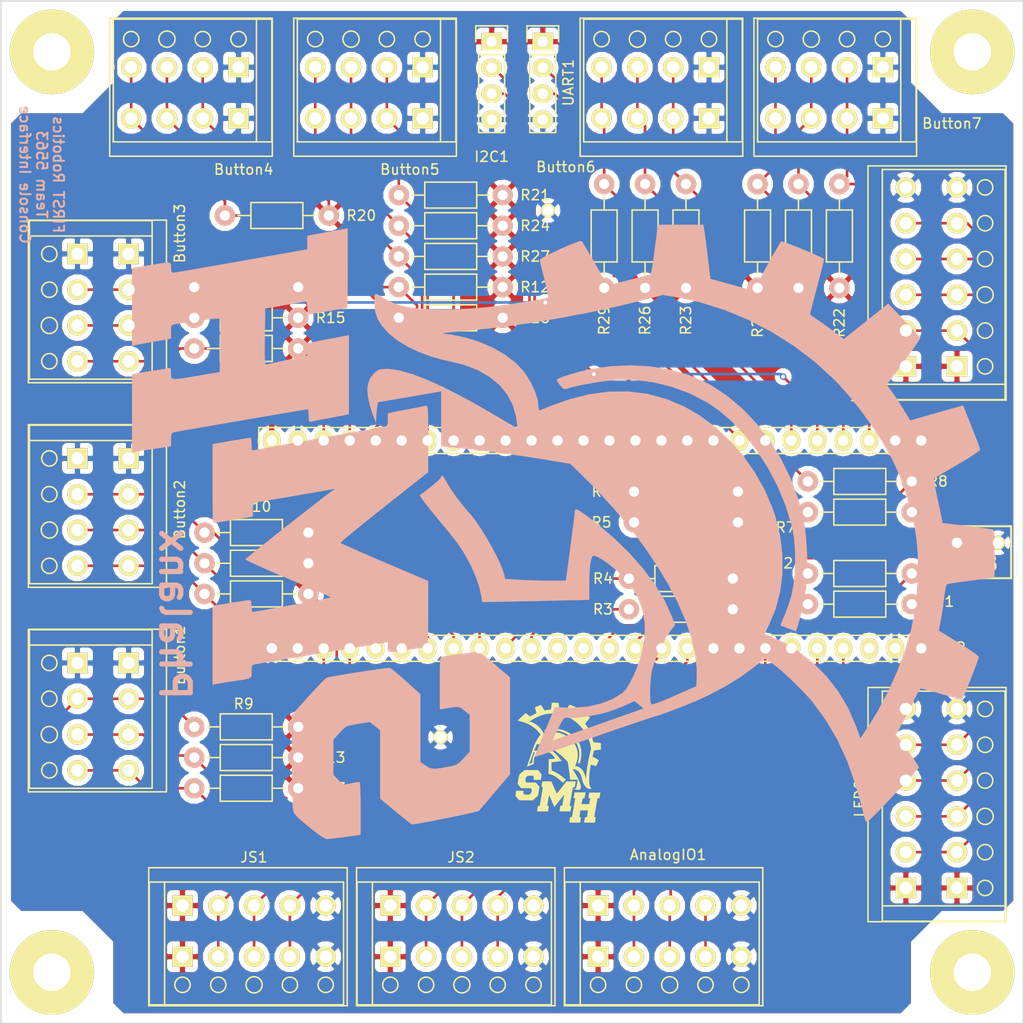
<source format=kicad_pcb>
(kicad_pcb (version 4) (host pcbnew 4.0.7)
  (layers (0 F.Cu signal) (31 B.Cu signal) (34 B.Paste user) (35 F.Paste user) (36 B.SilkS user hide) (37 F.SilkS user hide) (38 B.Mask user) (39 F.Mask user) (44 Edge.Cuts user))
  (net 0 "")
  (net 1 /GND)
  (net 2 /P0.7)
  (net 3 /VDD)
  (net 4 /P0.6)
  (net 5 /P3.2)
  (net 6 /P3.0)
  (net 7 /P3.1)
  (net 8 /P3.5)
  (net 9 /P3.3)
  (net 10 /P3.4)
  (net 11 /P2.7)
  (net 12 /P3.6)
  (net 13 /P3.7)
  (net 14 /P1.5)
  (net 15 /P1.7)
  (net 16 /P1.6)
  (net 17 /P1.2)
  (net 18 /P1.4)
  (net 19 /P1.3)
  (net 20 /P2.0)
  (net 21 /P2.3)
  (net 22 /P2.2)
  (net 23 /P2.4)
  (net 24 /P2.6)
  (net 25 /P2.5)
  (net 26 /SDA)
  (net 27 /SCL)
  (net 28 /TXD)
  (net 29 /RCV)
  (net 30 /P12.5)
  (net 31 /P12.4)
  (net 32 /P12.3)
  (net 33 /P12.2)
  (net 34 /P0.5)
  (net 35 /P0.4)
  (net 36 /P0.3)
  (net 37 /P0.2)
  (net 38 /P0.1)
  (net 39 /P0.0)
  (net 40 /P15.5)
  (net 41 /P15.4)
  (net 42 /P15.1)
  (net 43 /P15.0)
  (net 44 "Net-(LED0-Pad4)")
  (net 45 "Net-(LED0-Pad3)")
  (net 46 "Net-(LED0-Pad2)")
  (net 47 "Net-(LED1-Pad4)")
  (net 48 "Net-(LED1-Pad3)")
  (net 49 "Net-(LED1-Pad2)")
  (net 50 "Net-(LED0-Pad5)")
  (net 51 "Net-(LED1-Pad5)")
  (net 52 "Net-(AnalogIO1-Pad4)")
  (module Pin_Headers:Pin_Header_Straight_1x26 (layer F.Cu) (at 130 93 270)
    (fp_text reference J1 (at 0 -3 360) (layer F.SilkS))
    (fp_text value CONN_01X26 hide)
    (pad 1 thru_hole rect (at 0 0 270) (size 2.032 1.7272) (drill 1.016) (layers *.Cu *.Mask F.SilkS) (net 20 /P2.0))
    (pad 2 thru_hole oval (at 0 2.54 270) (size 2.032 1.7272) (drill 1.016) (layers *.Cu *.Mask F.SilkS))
    (pad 3 thru_hole oval (at 0 5.08 270) (size 2.032 1.7272) (drill 1.016) (layers *.Cu *.Mask F.SilkS) (net 22 /P2.2))
    (pad 4 thru_hole oval (at 0 7.62 270) (size 2.032 1.7272) (drill 1.016) (layers *.Cu *.Mask F.SilkS) (net 21 /P2.3))
    (pad 5 thru_hole oval (at 0 10.16 270) (size 2.032 1.7272) (drill 1.016) (layers *.Cu *.Mask F.SilkS) (net 23 /P2.4))
    (pad 6 thru_hole oval (at 0 12.7 270) (size 2.032 1.7272) (drill 1.016) (layers *.Cu *.Mask F.SilkS) (net 25 /P2.5))
    (pad 7 thru_hole oval (at 0 15.24 270) (size 2.032 1.7272) (drill 1.016) (layers *.Cu *.Mask F.SilkS) (net 24 /P2.6))
    (pad 8 thru_hole oval (at 0 17.78 270) (size 2.032 1.7272) (drill 1.016) (layers *.Cu *.Mask F.SilkS) (net 11 /P2.7))
    (pad 9 thru_hole oval (at 0 20.32 270) (size 2.032 1.7272) (drill 1.016) (layers *.Cu *.Mask F.SilkS) (net 28 /TXD))
    (pad 10 thru_hole oval (at 0 22.86 270) (size 2.032 1.7272) (drill 1.016) (layers *.Cu *.Mask F.SilkS) (net 29 /RCV))
    (pad 11 thru_hole oval (at 0 25.4 270) (size 2.032 1.7272) (drill 1.016) (layers *.Cu *.Mask F.SilkS) (net 30 /P12.5))
    (pad 12 thru_hole oval (at 0 27.94 270) (size 2.032 1.7272) (drill 1.016) (layers *.Cu *.Mask F.SilkS) (net 31 /P12.4))
    (pad 13 thru_hole oval (at 0 30.48 270) (size 2.032 1.7272) (drill 1.016) (layers *.Cu *.Mask F.SilkS) (net 32 /P12.3))
    (pad 14 thru_hole oval (at 0 33.02 270) (size 2.032 1.7272) (drill 1.016) (layers *.Cu *.Mask F.SilkS) (net 33 /P12.2))
    (pad 15 thru_hole oval (at 0 35.56 270) (size 2.032 1.7272) (drill 1.016) (layers *.Cu *.Mask F.SilkS) (net 26 /SDA))
    (pad 16 thru_hole oval (at 0 38.1 270) (size 2.032 1.7272) (drill 1.016) (layers *.Cu *.Mask F.SilkS) (net 27 /SCL))
    (pad 17 thru_hole oval (at 0 40.64 270) (size 2.032 1.7272) (drill 1.016) (layers *.Cu *.Mask F.SilkS))
    (pad 18 thru_hole oval (at 0 43.18 270) (size 2.032 1.7272) (drill 1.016) (layers *.Cu *.Mask F.SilkS))
    (pad 19 thru_hole oval (at 0 45.72 270) (size 2.032 1.7272) (drill 1.016) (layers *.Cu *.Mask F.SilkS) (net 17 /P1.2))
    (pad 20 thru_hole oval (at 0 48.26 270) (size 2.032 1.7272) (drill 1.016) (layers *.Cu *.Mask F.SilkS) (net 19 /P1.3))
    (pad 21 thru_hole oval (at 0 50.8 270) (size 2.032 1.7272) (drill 1.016) (layers *.Cu *.Mask F.SilkS) (net 18 /P1.4))
    (pad 22 thru_hole oval (at 0 53.34 270) (size 2.032 1.7272) (drill 1.016) (layers *.Cu *.Mask F.SilkS) (net 14 /P1.5))
    (pad 23 thru_hole oval (at 0 55.88 270) (size 2.032 1.7272) (drill 1.016) (layers *.Cu *.Mask F.SilkS) (net 16 /P1.6))
    (pad 24 thru_hole oval (at 0 58.42 270) (size 2.032 1.7272) (drill 1.016) (layers *.Cu *.Mask F.SilkS) (net 15 /P1.7))
    (pad 25 thru_hole oval (at 0 60.96 270) (size 2.032 1.7272) (drill 1.016) (layers *.Cu *.Mask F.SilkS) (net 1 /GND))
    (pad 26 thru_hole oval (at 0 63.5 270) (size 2.032 1.7272) (drill 1.016) (layers *.Cu *.Mask F.SilkS) (net 3 /VDD))
  )
  (module Pin_Headers:Pin_Header_Straight_1x26 (layer F.Cu) (at 130 113.32 270)
    (fp_text reference J2 (at -0.07 -3.5 360) (layer F.SilkS))
    (fp_text value CONN_01X26 hide)
    (pad 1 thru_hole rect (at 0 0 270) (size 2.032 1.7272) (drill 1.016) (layers *.Cu *.Mask F.SilkS) (net 3 /VDD))
    (pad 2 thru_hole oval (at 0 2.54 270) (size 2.032 1.7272) (drill 1.016) (layers *.Cu *.Mask F.SilkS) (net 1 /GND))
    (pad 3 thru_hole oval (at 0 5.08 270) (size 2.032 1.7272) (drill 1.016) (layers *.Cu *.Mask F.SilkS))
    (pad 4 thru_hole oval (at 0 7.62 270) (size 2.032 1.7272) (drill 1.016) (layers *.Cu *.Mask F.SilkS) (net 2 /P0.7))
    (pad 5 thru_hole oval (at 0 10.16 270) (size 2.032 1.7272) (drill 1.016) (layers *.Cu *.Mask F.SilkS) (net 4 /P0.6))
    (pad 6 thru_hole oval (at 0 12.7 270) (size 2.032 1.7272) (drill 1.016) (layers *.Cu *.Mask F.SilkS) (net 34 /P0.5))
    (pad 7 thru_hole oval (at 0 15.24 270) (size 2.032 1.7272) (drill 1.016) (layers *.Cu *.Mask F.SilkS) (net 35 /P0.4))
    (pad 8 thru_hole oval (at 0 17.78 270) (size 2.032 1.7272) (drill 1.016) (layers *.Cu *.Mask F.SilkS) (net 36 /P0.3))
    (pad 9 thru_hole oval (at 0 20.32 270) (size 2.032 1.7272) (drill 1.016) (layers *.Cu *.Mask F.SilkS) (net 37 /P0.2))
    (pad 10 thru_hole oval (at 0 22.86 270) (size 2.032 1.7272) (drill 1.016) (layers *.Cu *.Mask F.SilkS) (net 38 /P0.1))
    (pad 11 thru_hole oval (at 0 25.4 270) (size 2.032 1.7272) (drill 1.016) (layers *.Cu *.Mask F.SilkS) (net 39 /P0.0))
    (pad 12 thru_hole oval (at 0 27.94 270) (size 2.032 1.7272) (drill 1.016) (layers *.Cu *.Mask F.SilkS) (net 40 /P15.5))
    (pad 13 thru_hole oval (at 0 30.48 270) (size 2.032 1.7272) (drill 1.016) (layers *.Cu *.Mask F.SilkS) (net 41 /P15.4))
    (pad 14 thru_hole oval (at 0 33.02 270) (size 2.032 1.7272) (drill 1.016) (layers *.Cu *.Mask F.SilkS))
    (pad 15 thru_hole oval (at 0 35.56 270) (size 2.032 1.7272) (drill 1.016) (layers *.Cu *.Mask F.SilkS))
    (pad 16 thru_hole oval (at 0 38.1 270) (size 2.032 1.7272) (drill 1.016) (layers *.Cu *.Mask F.SilkS) (net 42 /P15.1))
    (pad 17 thru_hole oval (at 0 40.64 270) (size 2.032 1.7272) (drill 1.016) (layers *.Cu *.Mask F.SilkS) (net 43 /P15.0))
    (pad 18 thru_hole oval (at 0 43.18 270) (size 2.032 1.7272) (drill 1.016) (layers *.Cu *.Mask F.SilkS) (net 13 /P3.7))
    (pad 19 thru_hole oval (at 0 45.72 270) (size 2.032 1.7272) (drill 1.016) (layers *.Cu *.Mask F.SilkS) (net 12 /P3.6))
    (pad 20 thru_hole oval (at 0 48.26 270) (size 2.032 1.7272) (drill 1.016) (layers *.Cu *.Mask F.SilkS) (net 8 /P3.5))
    (pad 21 thru_hole oval (at 0 50.8 270) (size 2.032 1.7272) (drill 1.016) (layers *.Cu *.Mask F.SilkS) (net 10 /P3.4))
    (pad 22 thru_hole oval (at 0 53.34 270) (size 2.032 1.7272) (drill 1.016) (layers *.Cu *.Mask F.SilkS) (net 9 /P3.3))
    (pad 23 thru_hole oval (at 0 55.88 270) (size 2.032 1.7272) (drill 1.016) (layers *.Cu *.Mask F.SilkS) (net 5 /P3.2))
    (pad 24 thru_hole oval (at 0 58.42 270) (size 2.032 1.7272) (drill 1.016) (layers *.Cu *.Mask F.SilkS) (net 7 /P3.1))
    (pad 25 thru_hole oval (at 0 60.96 270) (size 2.032 1.7272) (drill 1.016) (layers *.Cu *.Mask F.SilkS) (net 6 /P3.0))
    (pad 26 thru_hole oval (at 0 63.5 270) (size 2.032 1.7272) (drill 1.016) (layers *.Cu *.Mask F.SilkS) (net 1 /GND))
  )
  (module Aglets:MH-No6-3p5 (layer F.Cu) (at 45 145)
    (fp_text reference B1 hide)
    (fp_text value HOLE hide)
    (pad 1 thru_hole circle (at 0 0) (size 8.255 8.255) (drill 3.6576) (layers *.Cu *.Mask F.SilkS))
  )
  (module Aglets:MH-No6-3p5 (layer F.Cu) (at 135 145)
    (fp_text reference B2 hide)
    (fp_text value HOLE hide)
    (pad 1 thru_hole circle (at 0 0) (size 8.255 8.255) (drill 3.6576) (layers *.Cu *.Mask F.SilkS))
  )
  (module Aglets:MH-No6-3p5 (layer F.Cu) (at 45 55)
    (fp_text reference B3 hide)
    (fp_text value HOLE hide)
    (pad 1 thru_hole circle (at 0 0) (size 8.255 8.255) (drill 3.6576) (layers *.Cu *.Mask F.SilkS))
  )
  (module Aglets:MH-No6-3p5 (layer F.Cu) (at 135 55)
    (fp_text reference B4 hide)
    (fp_text value HOLE hide)
    (pad 1 thru_hole circle (at 0 0) (size 8.255 8.255) (drill 3.6576) (layers *.Cu *.Mask F.SilkS))
  )
  (module Resistors_ThroughHole:Resistor_Horizontal_RM10mm (layer F.Cu) (at 124 109)
    (fp_text reference R1 (at 8.255 -0.254) (layer F.SilkS))
    (fp_text value 330)
    (pad 1 thru_hole circle (at -5.08 0) (size 1.99898 1.99898) (drill 1.00076) (layers *.Cu *.SilkS *.Mask) (net 40 /P15.5))
    (pad 2 thru_hole circle (at 5.08 0) (size 1.99898 1.99898) (drill 1.00076) (layers *.Cu *.SilkS *.Mask) (net 46 "Net-(LED0-Pad2)"))
  )
  (module Resistors_ThroughHole:Resistor_Horizontal_RM10mm (layer F.Cu) (at 124 106)
    (fp_text reference R2 (at -7.5 -1) (layer F.SilkS))
    (fp_text value 330)
    (pad 1 thru_hole circle (at -5.08 0) (size 1.99898 1.99898) (drill 1.00076) (layers *.Cu *.SilkS *.Mask) (net 41 /P15.4))
    (pad 2 thru_hole circle (at 5.08 0) (size 1.99898 1.99898) (drill 1.00076) (layers *.Cu *.SilkS *.Mask) (net 45 "Net-(LED0-Pad3)"))
  )
  (module Resistors_ThroughHole:Resistor_Horizontal_RM10mm (layer F.Cu) (at 106.5 109.5)
    (fp_text reference R3 (at -7.62 0) (layer F.SilkS))
    (fp_text value 330)
    (pad 1 thru_hole circle (at -5.08 0) (size 1.99898 1.99898) (drill 1.00076) (layers *.Cu *.SilkS *.Mask) (net 42 /P15.1))
    (pad 2 thru_hole circle (at 5.08 0) (size 1.99898 1.99898) (drill 1.00076) (layers *.Cu *.SilkS *.Mask) (net 44 "Net-(LED0-Pad4)"))
  )
  (module Resistors_ThroughHole:Resistor_Horizontal_RM10mm (layer F.Cu) (at 106.5 106.5)
    (fp_text reference R4 (at -7.62 0) (layer F.SilkS))
    (fp_text value 330)
    (pad 1 thru_hole circle (at -5.08 0) (size 1.99898 1.99898) (drill 1.00076) (layers *.Cu *.SilkS *.Mask) (net 43 /P15.0))
    (pad 2 thru_hole circle (at 5.08 0) (size 1.99898 1.99898) (drill 1.00076) (layers *.Cu *.SilkS *.Mask) (net 50 "Net-(LED0-Pad5)"))
  )
  (module Resistors_ThroughHole:Resistor_Horizontal_RM10mm (layer F.Cu) (at 107 101)
    (fp_text reference R5 (at -8.255 0) (layer F.SilkS))
    (fp_text value 330)
    (pad 1 thru_hole circle (at -5.08 0) (size 1.99898 1.99898) (drill 1.00076) (layers *.Cu *.SilkS *.Mask) (net 33 /P12.2))
    (pad 2 thru_hole circle (at 5.08 0) (size 1.99898 1.99898) (drill 1.00076) (layers *.Cu *.SilkS *.Mask) (net 49 "Net-(LED1-Pad2)"))
  )
  (module Resistors_ThroughHole:Resistor_Horizontal_RM10mm (layer F.Cu) (at 107 98)
    (fp_text reference R6 (at -8.255 0) (layer F.SilkS))
    (fp_text value 330)
    (pad 1 thru_hole circle (at -5.08 0) (size 1.99898 1.99898) (drill 1.00076) (layers *.Cu *.SilkS *.Mask) (net 32 /P12.3))
    (pad 2 thru_hole circle (at 5.08 0) (size 1.99898 1.99898) (drill 1.00076) (layers *.Cu *.SilkS *.Mask) (net 48 "Net-(LED1-Pad3)"))
  )
  (module Resistors_ThroughHole:Resistor_Horizontal_RM10mm (layer F.Cu) (at 124 100)
    (fp_text reference R7 (at -7.25 1.5) (layer F.SilkS))
    (fp_text value 330)
    (pad 1 thru_hole circle (at -5.08 0) (size 1.99898 1.99898) (drill 1.00076) (layers *.Cu *.SilkS *.Mask) (net 31 /P12.4))
    (pad 2 thru_hole circle (at 5.08 0) (size 1.99898 1.99898) (drill 1.00076) (layers *.Cu *.SilkS *.Mask) (net 47 "Net-(LED1-Pad4)"))
  )
  (module Resistors_ThroughHole:Resistor_Horizontal_RM10mm (layer F.Cu) (at 124 97)
    (fp_text reference R8 (at 7.62 0) (layer F.SilkS))
    (fp_text value 330)
    (pad 1 thru_hole circle (at -5.08 0) (size 1.99898 1.99898) (drill 1.00076) (layers *.Cu *.SilkS *.Mask) (net 30 /P12.5))
    (pad 2 thru_hole circle (at 5.08 0) (size 1.99898 1.99898) (drill 1.00076) (layers *.Cu *.SilkS *.Mask) (net 51 "Net-(LED1-Pad5)"))
  )
  (module Resistors_ThroughHole:Resistor_Horizontal_RM10mm (layer F.Cu) (at 64 121 180)
    (fp_text reference R9 (at 0.25 2.25 180) (layer F.SilkS))
    (fp_text value 4.7K)
    (pad 1 thru_hole circle (at -5.08 0 180) (size 1.99898 1.99898) (drill 1.00076) (layers *.Cu *.SilkS *.Mask) (net 3 /VDD))
    (pad 2 thru_hole circle (at 5.08 0 180) (size 1.99898 1.99898) (drill 1.00076) (layers *.Cu *.SilkS *.Mask) (net 5 /P3.2))
  )
  (module Resistors_ThroughHole:Resistor_Horizontal_RM10mm (layer F.Cu) (at 65 102 180)
    (fp_text reference R10 (at 0 2.54 180) (layer F.SilkS))
    (fp_text value 4.7K)
    (pad 1 thru_hole circle (at -5.08 0 180) (size 1.99898 1.99898) (drill 1.00076) (layers *.Cu *.SilkS *.Mask) (net 3 /VDD))
    (pad 2 thru_hole circle (at 5.08 0 180) (size 1.99898 1.99898) (drill 1.00076) (layers *.Cu *.SilkS *.Mask) (net 8 /P3.5))
  )
  (module Resistors_ThroughHole:Resistor_Horizontal_RM10mm (layer F.Cu) (at 64 78 180)
    (fp_text reference R11 (at -8.255 0 180) (layer F.SilkS))
    (fp_text value 4.7K)
    (pad 1 thru_hole circle (at -5.08 0 180) (size 1.99898 1.99898) (drill 1.00076) (layers *.Cu *.SilkS *.Mask) (net 3 /VDD))
    (pad 2 thru_hole circle (at 5.08 0 180) (size 1.99898 1.99898) (drill 1.00076) (layers *.Cu *.SilkS *.Mask) (net 23 /P2.4))
  )
  (module Resistors_ThroughHole:Resistor_Horizontal_RM10mm (layer F.Cu) (at 84 78 180)
    (fp_text reference R12 (at -8.255 0 180) (layer F.SilkS))
    (fp_text value 4.7K)
    (pad 1 thru_hole circle (at -5.08 0 180) (size 1.99898 1.99898) (drill 1.00076) (layers *.Cu *.SilkS *.Mask) (net 3 /VDD))
    (pad 2 thru_hole circle (at 5.08 0 180) (size 1.99898 1.99898) (drill 1.00076) (layers *.Cu *.SilkS *.Mask) (net 14 /P1.5))
  )
  (module Resistors_ThroughHole:Resistor_Horizontal_RM10mm (layer F.Cu) (at 64 124 180)
    (fp_text reference R13 (at -8.255 0 180) (layer F.SilkS))
    (fp_text value 4.7K)
    (pad 1 thru_hole circle (at -5.08 0 180) (size 1.99898 1.99898) (drill 1.00076) (layers *.Cu *.SilkS *.Mask) (net 3 /VDD))
    (pad 2 thru_hole circle (at 5.08 0 180) (size 1.99898 1.99898) (drill 1.00076) (layers *.Cu *.SilkS *.Mask) (net 7 /P3.1))
  )
  (module Resistors_ThroughHole:Resistor_Horizontal_RM10mm (layer F.Cu) (at 65 105 180)
    (fp_text reference R14 (at -8.25 0.25 360) (layer F.SilkS))
    (fp_text value 4.7K)
    (pad 1 thru_hole circle (at -5.08 0 180) (size 1.99898 1.99898) (drill 1.00076) (layers *.Cu *.SilkS *.Mask) (net 3 /VDD))
    (pad 2 thru_hole circle (at 5.08 0 180) (size 1.99898 1.99898) (drill 1.00076) (layers *.Cu *.SilkS *.Mask) (net 10 /P3.4))
  )
  (module Resistors_ThroughHole:Resistor_Horizontal_RM10mm (layer F.Cu) (at 64 81 180)
    (fp_text reference R15 (at -8.255 0 180) (layer F.SilkS))
    (fp_text value 4.7K)
    (pad 1 thru_hole circle (at -5.08 0 180) (size 1.99898 1.99898) (drill 1.00076) (layers *.Cu *.SilkS *.Mask) (net 3 /VDD))
    (pad 2 thru_hole circle (at 5.08 0 180) (size 1.99898 1.99898) (drill 1.00076) (layers *.Cu *.SilkS *.Mask) (net 13 /P3.7))
  )
  (module Resistors_ThroughHole:Resistor_Horizontal_RM10mm (layer F.Cu) (at 84 81 180)
    (fp_text reference R16 (at -8.255 0 360) (layer F.SilkS))
    (fp_text value 4.7K)
    (pad 1 thru_hole circle (at -5.08 0 180) (size 1.99898 1.99898) (drill 1.00076) (layers *.Cu *.SilkS *.Mask) (net 3 /VDD))
    (pad 2 thru_hole circle (at 5.08 0 180) (size 1.99898 1.99898) (drill 1.00076) (layers *.Cu *.SilkS *.Mask) (net 16 /P1.6))
  )
  (module Resistors_ThroughHole:Resistor_Horizontal_RM10mm (layer F.Cu) (at 64 127 180)
    (fp_text reference R17 (at -8.255 0 180) (layer F.SilkS))
    (fp_text value 4.7K)
    (pad 1 thru_hole circle (at -5.08 0 180) (size 1.99898 1.99898) (drill 1.00076) (layers *.Cu *.SilkS *.Mask) (net 3 /VDD))
    (pad 2 thru_hole circle (at 5.08 0 180) (size 1.99898 1.99898) (drill 1.00076) (layers *.Cu *.SilkS *.Mask) (net 6 /P3.0))
  )
  (module Resistors_ThroughHole:Resistor_Horizontal_RM10mm (layer F.Cu) (at 65 108 180)
    (fp_text reference R18 (at 0 -2.54 180) (layer F.SilkS))
    (fp_text value 4.7K)
    (pad 1 thru_hole circle (at -5.08 0 180) (size 1.99898 1.99898) (drill 1.00076) (layers *.Cu *.SilkS *.Mask) (net 3 /VDD))
    (pad 2 thru_hole circle (at 5.08 0 180) (size 1.99898 1.99898) (drill 1.00076) (layers *.Cu *.SilkS *.Mask) (net 9 /P3.3))
  )
  (module Resistors_ThroughHole:Resistor_Horizontal_RM10mm (layer F.Cu) (at 64 84 180)
    (fp_text reference R19 (at -8.255 0 180) (layer F.SilkS))
    (fp_text value 4.7K)
    (pad 1 thru_hole circle (at -5.08 0 180) (size 1.99898 1.99898) (drill 1.00076) (layers *.Cu *.SilkS *.Mask) (net 3 /VDD))
    (pad 2 thru_hole circle (at 5.08 0 180) (size 1.99898 1.99898) (drill 1.00076) (layers *.Cu *.SilkS *.Mask) (net 12 /P3.6))
  )
  (module Resistors_ThroughHole:Resistor_Horizontal_RM10mm (layer F.Cu) (at 67 71 180)
    (fp_text reference R20 (at -8.255 0 180) (layer F.SilkS))
    (fp_text value 4.7K)
    (pad 1 thru_hole circle (at -5.08 0 180) (size 1.99898 1.99898) (drill 1.00076) (layers *.Cu *.SilkS *.Mask) (net 3 /VDD))
    (pad 2 thru_hole circle (at 5.08 0 180) (size 1.99898 1.99898) (drill 1.00076) (layers *.Cu *.SilkS *.Mask) (net 15 /P1.7))
  )
  (module Resistors_ThroughHole:Resistor_Horizontal_RM10mm (layer F.Cu) (at 84 69 180)
    (fp_text reference R21 (at -8.255 0 180) (layer F.SilkS))
    (fp_text value 4.7K)
    (pad 1 thru_hole circle (at -5.08 0 180) (size 1.99898 1.99898) (drill 1.00076) (layers *.Cu *.SilkS *.Mask) (net 3 /VDD))
    (pad 2 thru_hole circle (at 5.08 0 180) (size 1.99898 1.99898) (drill 1.00076) (layers *.Cu *.SilkS *.Mask) (net 17 /P1.2))
  )
  (module Resistors_ThroughHole:Resistor_Horizontal_RM10mm (layer F.Cu) (at 122 73 90)
    (fp_text reference R22 (at -8.5 0 90) (layer F.SilkS))
    (fp_text value 4.7K)
    (pad 1 thru_hole circle (at -5.08 0 90) (size 1.99898 1.99898) (drill 1.00076) (layers *.Cu *.SilkS *.Mask) (net 3 /VDD))
    (pad 2 thru_hole circle (at 5.08 0 90) (size 1.99898 1.99898) (drill 1.00076) (layers *.Cu *.SilkS *.Mask) (net 20 /P2.0))
  )
  (module Resistors_ThroughHole:Resistor_Horizontal_RM10mm (layer F.Cu) (at 107 73 90)
    (fp_text reference R23 (at -8.255 0 90) (layer F.SilkS))
    (fp_text value 4.7K)
    (pad 1 thru_hole circle (at -5.08 0 90) (size 1.99898 1.99898) (drill 1.00076) (layers *.Cu *.SilkS *.Mask) (net 3 /VDD))
    (pad 2 thru_hole circle (at 5.08 0 90) (size 1.99898 1.99898) (drill 1.00076) (layers *.Cu *.SilkS *.Mask) (net 25 /P2.5))
  )
  (module Resistors_ThroughHole:Resistor_Horizontal_RM10mm (layer F.Cu) (at 84 72 180)
    (fp_text reference R24 (at -8.255 0 180) (layer F.SilkS))
    (fp_text value 4.7K)
    (pad 1 thru_hole circle (at -5.08 0 180) (size 1.99898 1.99898) (drill 1.00076) (layers *.Cu *.SilkS *.Mask) (net 3 /VDD))
    (pad 2 thru_hole circle (at 5.08 0 180) (size 1.99898 1.99898) (drill 1.00076) (layers *.Cu *.SilkS *.Mask) (net 19 /P1.3))
  )
  (module Resistors_ThroughHole:Resistor_Horizontal_RM10mm (layer F.Cu) (at 118 73 90)
    (fp_text reference R25 (at -8.5 0 90) (layer F.SilkS))
    (fp_text value 4.7K)
    (pad 1 thru_hole circle (at -5.08 0 90) (size 1.99898 1.99898) (drill 1.00076) (layers *.Cu *.SilkS *.Mask) (net 3 /VDD))
    (pad 2 thru_hole circle (at 5.08 0 90) (size 1.99898 1.99898) (drill 1.00076) (layers *.Cu *.SilkS *.Mask) (net 22 /P2.2))
  )
  (module Resistors_ThroughHole:Resistor_Horizontal_RM10mm (layer F.Cu) (at 103 73 90)
    (fp_text reference R26 (at -8.255 0 90) (layer F.SilkS))
    (fp_text value 4.7K)
    (pad 1 thru_hole circle (at -5.08 0 90) (size 1.99898 1.99898) (drill 1.00076) (layers *.Cu *.SilkS *.Mask) (net 3 /VDD))
    (pad 2 thru_hole circle (at 5.08 0 90) (size 1.99898 1.99898) (drill 1.00076) (layers *.Cu *.SilkS *.Mask) (net 24 /P2.6))
  )
  (module Resistors_ThroughHole:Resistor_Horizontal_RM10mm (layer F.Cu) (at 84 75 180)
    (fp_text reference R27 (at -8.255 0 180) (layer F.SilkS))
    (fp_text value 4.7K)
    (pad 1 thru_hole circle (at -5.08 0 180) (size 1.99898 1.99898) (drill 1.00076) (layers *.Cu *.SilkS *.Mask) (net 3 /VDD))
    (pad 2 thru_hole circle (at 5.08 0 180) (size 1.99898 1.99898) (drill 1.00076) (layers *.Cu *.SilkS *.Mask) (net 18 /P1.4))
  )
  (module Resistors_ThroughHole:Resistor_Horizontal_RM10mm (layer F.Cu) (at 114 73 90)
    (fp_text reference R28 (at -8.5 0 90) (layer F.SilkS))
    (fp_text value 4.7K)
    (pad 1 thru_hole circle (at -5.08 0 90) (size 1.99898 1.99898) (drill 1.00076) (layers *.Cu *.SilkS *.Mask) (net 3 /VDD))
    (pad 2 thru_hole circle (at 5.08 0 90) (size 1.99898 1.99898) (drill 1.00076) (layers *.Cu *.SilkS *.Mask) (net 21 /P2.3))
  )
  (module Resistors_ThroughHole:Resistor_Horizontal_RM10mm (layer F.Cu) (at 99 73 90)
    (fp_text reference R29 (at -8.255 0 90) (layer F.SilkS))
    (fp_text value 4.7K)
    (pad 1 thru_hole circle (at -5.08 0 90) (size 1.99898 1.99898) (drill 1.00076) (layers *.Cu *.SilkS *.Mask) (net 3 /VDD))
    (pad 2 thru_hole circle (at 5.08 0 90) (size 1.99898 1.99898) (drill 1.00076) (layers *.Cu *.SilkS *.Mask) (net 11 /P2.7))
  )
  (module Aglets:PTSA-5 (layer F.Cu) (at 105.41 140.97)
    (fp_text reference AnalogIO1 (at -0.16 -7.47) (layer F.SilkS))
    (fp_text value CONN_01X05)
    (pad 1 thru_hole rect (at -7 2.5) (size 2 2) (drill 1.2) (layers *.Cu *.Mask F.SilkS) (net 3 /VDD))
    (pad 1 thru_hole rect (at -7 -2.5) (size 2 2) (drill 1.2) (layers *.Cu *.Mask F.SilkS) (net 3 /VDD))
    (pad 2 thru_hole circle (at -3.5 2.5) (size 2 2) (drill 1.2) (layers *.Cu *.Mask F.SilkS) (net 4 /P0.6))
    (pad 2 thru_hole circle (at -3.5 -2.5) (size 2 2) (drill 1.2) (layers *.Cu *.Mask F.SilkS) (net 4 /P0.6))
    (pad 3 thru_hole circle (at 0 2.5) (size 2 2) (drill 1.2) (layers *.Cu *.Mask F.SilkS) (net 2 /P0.7))
    (pad 3 thru_hole circle (at 0 -2.5) (size 2 2) (drill 1.2) (layers *.Cu *.Mask F.SilkS) (net 2 /P0.7))
    (pad 4 thru_hole circle (at 3.5 2.5) (size 2 2) (drill 1.2) (layers *.Cu *.Mask F.SilkS) (net 52 "Net-(AnalogIO1-Pad4)"))
    (pad 4 thru_hole circle (at 3.5 -2.5) (size 2 2) (drill 1.2) (layers *.Cu *.Mask F.SilkS) (net 52 "Net-(AnalogIO1-Pad4)"))
    (pad 5 thru_hole circle (at 7 2.5) (size 2 2) (drill 1.2) (layers *.Cu *.Mask F.SilkS) (net 1 /GND))
    (pad 5 thru_hole circle (at 7 -2.5) (size 2 2) (drill 1.2) (layers *.Cu *.Mask F.SilkS) (net 1 /GND))
  )
  (module Aglets:PTSA-4 (layer F.Cu) (at 50 120 270)
    (fp_text reference Button1 (at -6 -7.5 270) (layer F.SilkS))
    (fp_text value CONN_01X04)
    (pad 1 thru_hole rect (at -5.25 2.5 270) (size 2 2) (drill 1.2) (layers *.Cu *.Mask F.SilkS) (net 1 /GND))
    (pad 1 thru_hole rect (at -5.25 -2.5 270) (size 2 2) (drill 1.2) (layers *.Cu *.Mask F.SilkS) (net 1 /GND))
    (pad 2 thru_hole circle (at -1.75 2.5 270) (size 2 2) (drill 1.2) (layers *.Cu *.Mask F.SilkS) (net 5 /P3.2))
    (pad 2 thru_hole circle (at -1.75 -2.5 270) (size 2 2) (drill 1.2) (layers *.Cu *.Mask F.SilkS) (net 5 /P3.2))
    (pad 3 thru_hole circle (at 1.75 2.5 270) (size 2 2) (drill 1.2) (layers *.Cu *.Mask F.SilkS) (net 7 /P3.1))
    (pad 3 thru_hole circle (at 1.75 -2.5 270) (size 2 2) (drill 1.2) (layers *.Cu *.Mask F.SilkS) (net 7 /P3.1))
    (pad 4 thru_hole circle (at 5.25 2.5 270) (size 2 2) (drill 1.2) (layers *.Cu *.Mask F.SilkS) (net 6 /P3.0))
    (pad 4 thru_hole circle (at 5.25 -2.5 270) (size 2 2) (drill 1.2) (layers *.Cu *.Mask F.SilkS) (net 6 /P3.0))
  )
  (module Aglets:PTSA-4 (layer F.Cu) (at 50 100 270)
    (fp_text reference Button2 (at -0.25 -7.5 270) (layer F.SilkS))
    (fp_text value CONN_01X04)
    (pad 1 thru_hole rect (at -5.25 2.5 270) (size 2 2) (drill 1.2) (layers *.Cu *.Mask F.SilkS) (net 1 /GND))
    (pad 1 thru_hole rect (at -5.25 -2.5 270) (size 2 2) (drill 1.2) (layers *.Cu *.Mask F.SilkS) (net 1 /GND))
    (pad 2 thru_hole circle (at -1.75 2.5 270) (size 2 2) (drill 1.2) (layers *.Cu *.Mask F.SilkS) (net 8 /P3.5))
    (pad 2 thru_hole circle (at -1.75 -2.5 270) (size 2 2) (drill 1.2) (layers *.Cu *.Mask F.SilkS) (net 8 /P3.5))
    (pad 3 thru_hole circle (at 1.75 2.5 270) (size 2 2) (drill 1.2) (layers *.Cu *.Mask F.SilkS) (net 10 /P3.4))
    (pad 3 thru_hole circle (at 1.75 -2.5 270) (size 2 2) (drill 1.2) (layers *.Cu *.Mask F.SilkS) (net 10 /P3.4))
    (pad 4 thru_hole circle (at 5.25 2.5 270) (size 2 2) (drill 1.2) (layers *.Cu *.Mask F.SilkS) (net 9 /P3.3))
    (pad 4 thru_hole circle (at 5.25 -2.5 270) (size 2 2) (drill 1.2) (layers *.Cu *.Mask F.SilkS) (net 9 /P3.3))
  )
  (module Aglets:PTSA-4 (layer F.Cu) (at 50 80 270)
    (fp_text reference Button3 (at -7.25 -7.5 270) (layer F.SilkS))
    (fp_text value CONN_01X04)
    (pad 1 thru_hole rect (at -5.25 2.5 270) (size 2 2) (drill 1.2) (layers *.Cu *.Mask F.SilkS) (net 1 /GND))
    (pad 1 thru_hole rect (at -5.25 -2.5 270) (size 2 2) (drill 1.2) (layers *.Cu *.Mask F.SilkS) (net 1 /GND))
    (pad 2 thru_hole circle (at -1.75 2.5 270) (size 2 2) (drill 1.2) (layers *.Cu *.Mask F.SilkS) (net 23 /P2.4))
    (pad 2 thru_hole circle (at -1.75 -2.5 270) (size 2 2) (drill 1.2) (layers *.Cu *.Mask F.SilkS) (net 23 /P2.4))
    (pad 3 thru_hole circle (at 1.75 2.5 270) (size 2 2) (drill 1.2) (layers *.Cu *.Mask F.SilkS) (net 13 /P3.7))
    (pad 3 thru_hole circle (at 1.75 -2.5 270) (size 2 2) (drill 1.2) (layers *.Cu *.Mask F.SilkS) (net 13 /P3.7))
    (pad 4 thru_hole circle (at 5.25 2.5 270) (size 2 2) (drill 1.2) (layers *.Cu *.Mask F.SilkS) (net 12 /P3.6))
    (pad 4 thru_hole circle (at 5.25 -2.5 270) (size 2 2) (drill 1.2) (layers *.Cu *.Mask F.SilkS) (net 12 /P3.6))
  )
  (module Aglets:PTSA-4 (layer F.Cu) (at 58 59 180)
    (fp_text reference Button4 (at -5.75 -7.5 180) (layer F.SilkS))
    (fp_text value CONN_01X04)
    (pad 1 thru_hole rect (at -5.25 2.5 180) (size 2 2) (drill 1.2) (layers *.Cu *.Mask F.SilkS) (net 1 /GND))
    (pad 1 thru_hole rect (at -5.25 -2.5 180) (size 2 2) (drill 1.2) (layers *.Cu *.Mask F.SilkS) (net 1 /GND))
    (pad 2 thru_hole circle (at -1.75 2.5 180) (size 2 2) (drill 1.2) (layers *.Cu *.Mask F.SilkS) (net 14 /P1.5))
    (pad 2 thru_hole circle (at -1.75 -2.5 180) (size 2 2) (drill 1.2) (layers *.Cu *.Mask F.SilkS) (net 14 /P1.5))
    (pad 3 thru_hole circle (at 1.75 2.5 180) (size 2 2) (drill 1.2) (layers *.Cu *.Mask F.SilkS) (net 16 /P1.6))
    (pad 3 thru_hole circle (at 1.75 -2.5 180) (size 2 2) (drill 1.2) (layers *.Cu *.Mask F.SilkS) (net 16 /P1.6))
    (pad 4 thru_hole circle (at 5.25 2.5 180) (size 2 2) (drill 1.2) (layers *.Cu *.Mask F.SilkS) (net 15 /P1.7))
    (pad 4 thru_hole circle (at 5.25 -2.5 180) (size 2 2) (drill 1.2) (layers *.Cu *.Mask F.SilkS) (net 15 /P1.7))
  )
  (module Aglets:PTSA-4 (layer F.Cu) (at 76 59 180)
    (fp_text reference Button5 (at -4 -7.5 180) (layer F.SilkS))
    (fp_text value CONN_01X04)
    (pad 1 thru_hole rect (at -5.25 2.5 180) (size 2 2) (drill 1.2) (layers *.Cu *.Mask F.SilkS) (net 1 /GND))
    (pad 1 thru_hole rect (at -5.25 -2.5 180) (size 2 2) (drill 1.2) (layers *.Cu *.Mask F.SilkS) (net 1 /GND))
    (pad 2 thru_hole circle (at -1.75 2.5 180) (size 2 2) (drill 1.2) (layers *.Cu *.Mask F.SilkS) (net 17 /P1.2))
    (pad 2 thru_hole circle (at -1.75 -2.5 180) (size 2 2) (drill 1.2) (layers *.Cu *.Mask F.SilkS) (net 17 /P1.2))
    (pad 3 thru_hole circle (at 1.75 2.5 180) (size 2 2) (drill 1.2) (layers *.Cu *.Mask F.SilkS) (net 19 /P1.3))
    (pad 3 thru_hole circle (at 1.75 -2.5 180) (size 2 2) (drill 1.2) (layers *.Cu *.Mask F.SilkS) (net 19 /P1.3))
    (pad 4 thru_hole circle (at 5.25 2.5 180) (size 2 2) (drill 1.2) (layers *.Cu *.Mask F.SilkS) (net 18 /P1.4))
    (pad 4 thru_hole circle (at 5.25 -2.5 180) (size 2 2) (drill 1.2) (layers *.Cu *.Mask F.SilkS) (net 18 /P1.4))
  )
  (module Aglets:PTSA-4 (layer F.Cu) (at 104 59 180)
    (fp_text reference Button6 (at 8.75 -7.25 180) (layer F.SilkS))
    (fp_text value CONN_01X04)
    (pad 1 thru_hole rect (at -5.25 2.5 180) (size 2 2) (drill 1.2) (layers *.Cu *.Mask F.SilkS) (net 1 /GND))
    (pad 1 thru_hole rect (at -5.25 -2.5 180) (size 2 2) (drill 1.2) (layers *.Cu *.Mask F.SilkS) (net 1 /GND))
    (pad 2 thru_hole circle (at -1.75 2.5 180) (size 2 2) (drill 1.2) (layers *.Cu *.Mask F.SilkS) (net 25 /P2.5))
    (pad 2 thru_hole circle (at -1.75 -2.5 180) (size 2 2) (drill 1.2) (layers *.Cu *.Mask F.SilkS) (net 25 /P2.5))
    (pad 3 thru_hole circle (at 1.75 2.5 180) (size 2 2) (drill 1.2) (layers *.Cu *.Mask F.SilkS) (net 24 /P2.6))
    (pad 3 thru_hole circle (at 1.75 -2.5 180) (size 2 2) (drill 1.2) (layers *.Cu *.Mask F.SilkS) (net 24 /P2.6))
    (pad 4 thru_hole circle (at 5.25 2.5 180) (size 2 2) (drill 1.2) (layers *.Cu *.Mask F.SilkS) (net 11 /P2.7))
    (pad 4 thru_hole circle (at 5.25 -2.5 180) (size 2 2) (drill 1.2) (layers *.Cu *.Mask F.SilkS) (net 11 /P2.7))
  )
  (module Aglets:PTSA-4 (layer F.Cu) (at 121 59 180)
    (fp_text reference Button7 (at -12 -3 180) (layer F.SilkS))
    (fp_text value CONN_01X04)
    (pad 1 thru_hole rect (at -5.25 2.5 180) (size 2 2) (drill 1.2) (layers *.Cu *.Mask F.SilkS) (net 1 /GND))
    (pad 1 thru_hole rect (at -5.25 -2.5 180) (size 2 2) (drill 1.2) (layers *.Cu *.Mask F.SilkS) (net 1 /GND))
    (pad 2 thru_hole circle (at -1.75 2.5 180) (size 2 2) (drill 1.2) (layers *.Cu *.Mask F.SilkS) (net 20 /P2.0))
    (pad 2 thru_hole circle (at -1.75 -2.5 180) (size 2 2) (drill 1.2) (layers *.Cu *.Mask F.SilkS) (net 20 /P2.0))
    (pad 3 thru_hole circle (at 1.75 2.5 180) (size 2 2) (drill 1.2) (layers *.Cu *.Mask F.SilkS) (net 22 /P2.2))
    (pad 3 thru_hole circle (at 1.75 -2.5 180) (size 2 2) (drill 1.2) (layers *.Cu *.Mask F.SilkS) (net 22 /P2.2))
    (pad 4 thru_hole circle (at 5.25 2.5 180) (size 2 2) (drill 1.2) (layers *.Cu *.Mask F.SilkS) (net 21 /P2.3))
    (pad 4 thru_hole circle (at 5.25 -2.5 180) (size 2 2) (drill 1.2) (layers *.Cu *.Mask F.SilkS) (net 21 /P2.3))
  )
  (module Aglets:PTSA-5 (layer F.Cu) (at 64.77 140.97)
    (fp_text reference JS1 (at -0.02 -7.22) (layer F.SilkS))
    (fp_text value CONN_01X05)
    (pad 1 thru_hole rect (at -7 2.5) (size 2 2) (drill 1.2) (layers *.Cu *.Mask F.SilkS) (net 3 /VDD))
    (pad 1 thru_hole rect (at -7 -2.5) (size 2 2) (drill 1.2) (layers *.Cu *.Mask F.SilkS) (net 3 /VDD))
    (pad 2 thru_hole circle (at -3.5 2.5) (size 2 2) (drill 1.2) (layers *.Cu *.Mask F.SilkS) (net 39 /P0.0))
    (pad 2 thru_hole circle (at -3.5 -2.5) (size 2 2) (drill 1.2) (layers *.Cu *.Mask F.SilkS) (net 39 /P0.0))
    (pad 3 thru_hole circle (at 0 2.5) (size 2 2) (drill 1.2) (layers *.Cu *.Mask F.SilkS) (net 38 /P0.1))
    (pad 3 thru_hole circle (at 0 -2.5) (size 2 2) (drill 1.2) (layers *.Cu *.Mask F.SilkS) (net 38 /P0.1))
    (pad 4 thru_hole circle (at 3.5 2.5) (size 2 2) (drill 1.2) (layers *.Cu *.Mask F.SilkS) (net 37 /P0.2))
    (pad 4 thru_hole circle (at 3.5 -2.5) (size 2 2) (drill 1.2) (layers *.Cu *.Mask F.SilkS) (net 37 /P0.2))
    (pad 5 thru_hole circle (at 7 2.5) (size 2 2) (drill 1.2) (layers *.Cu *.Mask F.SilkS) (net 1 /GND))
    (pad 5 thru_hole circle (at 7 -2.5) (size 2 2) (drill 1.2) (layers *.Cu *.Mask F.SilkS) (net 1 /GND))
  )
  (module Aglets:PTSA-5 (layer F.Cu) (at 85.09 140.97)
    (fp_text reference JS2 (at -0.09 -7.22) (layer F.SilkS))
    (fp_text value CONN_01X05)
    (pad 1 thru_hole rect (at -7 2.5) (size 2 2) (drill 1.2) (layers *.Cu *.Mask F.SilkS) (net 3 /VDD))
    (pad 1 thru_hole rect (at -7 -2.5) (size 2 2) (drill 1.2) (layers *.Cu *.Mask F.SilkS) (net 3 /VDD))
    (pad 2 thru_hole circle (at -3.5 2.5) (size 2 2) (drill 1.2) (layers *.Cu *.Mask F.SilkS) (net 36 /P0.3))
    (pad 2 thru_hole circle (at -3.5 -2.5) (size 2 2) (drill 1.2) (layers *.Cu *.Mask F.SilkS) (net 36 /P0.3))
    (pad 3 thru_hole circle (at 0 2.5) (size 2 2) (drill 1.2) (layers *.Cu *.Mask F.SilkS) (net 35 /P0.4))
    (pad 3 thru_hole circle (at 0 -2.5) (size 2 2) (drill 1.2) (layers *.Cu *.Mask F.SilkS) (net 35 /P0.4))
    (pad 4 thru_hole circle (at 3.5 2.5) (size 2 2) (drill 1.2) (layers *.Cu *.Mask F.SilkS) (net 34 /P0.5))
    (pad 4 thru_hole circle (at 3.5 -2.5) (size 2 2) (drill 1.2) (layers *.Cu *.Mask F.SilkS) (net 34 /P0.5))
    (pad 5 thru_hole circle (at 7 2.5) (size 2 2) (drill 1.2) (layers *.Cu *.Mask F.SilkS) (net 1 /GND))
    (pad 5 thru_hole circle (at 7 -2.5) (size 2 2) (drill 1.2) (layers *.Cu *.Mask F.SilkS) (net 1 /GND))
  )
  (module Aglets:PTSA-6 (layer F.Cu) (at 131 128 90)
    (fp_text reference LED0 (at 0 -7 90) (layer F.SilkS))
    (fp_text value CONN_01X06)
    (pad 1 thru_hole rect (at -8.75 2.5 90) (size 2 2) (drill 1.2) (layers *.Cu *.Mask F.SilkS) (net 3 /VDD))
    (pad 1 thru_hole rect (at -8.75 -2.5 90) (size 2 2) (drill 1.2) (layers *.Cu *.Mask F.SilkS) (net 3 /VDD))
    (pad 2 thru_hole circle (at -5.25 2.5 90) (size 2 2) (drill 1.2) (layers *.Cu *.Mask F.SilkS) (net 46 "Net-(LED0-Pad2)"))
    (pad 2 thru_hole circle (at -5.25 -2.5 90) (size 2 2) (drill 1.2) (layers *.Cu *.Mask F.SilkS) (net 46 "Net-(LED0-Pad2)"))
    (pad 3 thru_hole circle (at -1.75 2.5 90) (size 2 2) (drill 1.2) (layers *.Cu *.Mask F.SilkS) (net 45 "Net-(LED0-Pad3)"))
    (pad 3 thru_hole circle (at -1.75 -2.5 90) (size 2 2) (drill 1.2) (layers *.Cu *.Mask F.SilkS) (net 45 "Net-(LED0-Pad3)"))
    (pad 4 thru_hole circle (at 1.75 2.5 90) (size 2 2) (drill 1.2) (layers *.Cu *.Mask F.SilkS) (net 44 "Net-(LED0-Pad4)"))
    (pad 4 thru_hole circle (at 1.75 -2.5 90) (size 2 2) (drill 1.2) (layers *.Cu *.Mask F.SilkS) (net 44 "Net-(LED0-Pad4)"))
    (pad 5 thru_hole circle (at 5.25 2.5 90) (size 2 2) (drill 1.2) (layers *.Cu *.Mask F.SilkS) (net 50 "Net-(LED0-Pad5)"))
    (pad 5 thru_hole circle (at 5.25 -2.5 90) (size 2 2) (drill 1.2) (layers *.Cu *.Mask F.SilkS) (net 50 "Net-(LED0-Pad5)"))
    (pad 6 thru_hole circle (at 8.75 2.5 90) (size 2 2) (drill 1.2) (layers *.Cu *.Mask F.SilkS) (net 1 /GND))
    (pad 6 thru_hole circle (at 8.75 -2.5 90) (size 2 2) (drill 1.2) (layers *.Cu *.Mask F.SilkS) (net 1 /GND))
  )
  (module Aglets:PTSA-6 (layer F.Cu) (at 131 77 90)
    (fp_text reference LED1 (at -10.5 -7.25 270) (layer F.SilkS))
    (fp_text value CONN_01X06)
    (pad 1 thru_hole rect (at -8.75 2.5 90) (size 2 2) (drill 1.2) (layers *.Cu *.Mask F.SilkS) (net 3 /VDD))
    (pad 1 thru_hole rect (at -8.75 -2.5 90) (size 2 2) (drill 1.2) (layers *.Cu *.Mask F.SilkS) (net 3 /VDD))
    (pad 2 thru_hole circle (at -5.25 2.5 90) (size 2 2) (drill 1.2) (layers *.Cu *.Mask F.SilkS) (net 49 "Net-(LED1-Pad2)"))
    (pad 2 thru_hole circle (at -5.25 -2.5 90) (size 2 2) (drill 1.2) (layers *.Cu *.Mask F.SilkS) (net 49 "Net-(LED1-Pad2)"))
    (pad 3 thru_hole circle (at -1.75 2.5 90) (size 2 2) (drill 1.2) (layers *.Cu *.Mask F.SilkS) (net 48 "Net-(LED1-Pad3)"))
    (pad 3 thru_hole circle (at -1.75 -2.5 90) (size 2 2) (drill 1.2) (layers *.Cu *.Mask F.SilkS) (net 48 "Net-(LED1-Pad3)"))
    (pad 4 thru_hole circle (at 1.75 2.5 90) (size 2 2) (drill 1.2) (layers *.Cu *.Mask F.SilkS) (net 47 "Net-(LED1-Pad4)"))
    (pad 4 thru_hole circle (at 1.75 -2.5 90) (size 2 2) (drill 1.2) (layers *.Cu *.Mask F.SilkS) (net 47 "Net-(LED1-Pad4)"))
    (pad 5 thru_hole circle (at 5.25 2.5 90) (size 2 2) (drill 1.2) (layers *.Cu *.Mask F.SilkS) (net 51 "Net-(LED1-Pad5)"))
    (pad 5 thru_hole circle (at 5.25 -2.5 90) (size 2 2) (drill 1.2) (layers *.Cu *.Mask F.SilkS) (net 51 "Net-(LED1-Pad5)"))
    (pad 6 thru_hole circle (at 8.75 2.5 90) (size 2 2) (drill 1.2) (layers *.Cu *.Mask F.SilkS) (net 1 /GND))
    (pad 6 thru_hole circle (at 8.75 -2.5 90) (size 2 2) (drill 1.2) (layers *.Cu *.Mask F.SilkS) (net 1 /GND))
  )
  (module Pin_Headers:Pin_Header_Straight_1x04 (layer F.Cu) (at 88 54)
    (fp_text reference I2C1 (at 0 11.25 180) (layer F.SilkS))
    (fp_text value CONN_01X04)
    (pad 1 thru_hole rect (at 0 0) (size 2.032 1.7272) (drill 1.016) (layers *.Cu *.Mask F.SilkS) (net 3 /VDD))
    (pad 2 thru_hole oval (at 0 2.54) (size 2.032 1.7272) (drill 1.016) (layers *.Cu *.Mask F.SilkS) (net 26 /SDA))
    (pad 3 thru_hole oval (at 0 5.08) (size 2.032 1.7272) (drill 1.016) (layers *.Cu *.Mask F.SilkS) (net 27 /SCL))
    (pad 4 thru_hole oval (at 0 7.62) (size 2.032 1.7272) (drill 1.016) (layers *.Cu *.Mask F.SilkS) (net 1 /GND))
  )
  (module Pin_Headers:Pin_Header_Straight_1x04 (layer F.Cu) (at 93 54)
    (fp_text reference UART1 (at 2.5 4 90) (layer F.SilkS))
    (fp_text value CONN_01X04)
    (pad 1 thru_hole rect (at 0 0) (size 2.032 1.7272) (drill 1.016) (layers *.Cu *.Mask F.SilkS) (net 3 /VDD))
    (pad 2 thru_hole oval (at 0 2.54) (size 2.032 1.7272) (drill 1.016) (layers *.Cu *.Mask F.SilkS) (net 28 /TXD))
    (pad 3 thru_hole oval (at 0 5.08) (size 2.032 1.7272) (drill 1.016) (layers *.Cu *.Mask F.SilkS) (net 29 /RCV))
    (pad 4 thru_hole oval (at 0 7.62) (size 2.032 1.7272) (drill 1.016) (layers *.Cu *.Mask F.SilkS) (net 1 /GND))
  )
  (module Aglets:StMaryLarge (layer B.Cu) (at 95 102 90)
    (fp_text reference Logo2 hide)
    (fp_text value LOGO hide)
  )
  (module Aglets:StMarySmall (layer F.Cu) (at 94.5 124.5)
    (fp_text reference Logo1 hide)
    (fp_text value LOGO hide)
  )
  (module Aglets:TP-TH (layer F.Cu) (at 137.5 103)
    (fp_text reference T1 hide)
    (fp_text value TP hide)
    (pad 1 thru_hole circle (at 0 0) (size 1.397 1.397) (drill 1.016) (layers *.Cu *.Mask F.SilkS) (net 1 /GND))
  )
  (module Aglets:TP-TH (layer F.Cu) (at 133.5 103)
    (fp_text reference T2 hide)
    (fp_text value TP hide)
    (pad 1 thru_hole circle (at 0 0) (size 1.397 1.397) (drill 1.016) (layers *.Cu *.Mask F.SilkS) (net 1 /GND))
  )
  (module Aglets:TP-TH (layer F.Cu) (at 83 122)
    (fp_text reference T3 hide)
    (fp_text value TP hide)
    (pad 1 thru_hole circle (at 0 0) (size 1.397 1.397) (drill 1.016) (layers *.Cu *.Mask F.SilkS) (net 1 /GND))
  )
  (module Aglets:TP-TH (layer F.Cu) (at 93.5 70.5)
    (fp_text reference T4 hide)
    (fp_text value TP hide)
    (pad 1 thru_hole circle (at 0 0) (size 1.397 1.397) (drill 1.016) (layers *.Cu *.Mask F.SilkS) (net 1 /GND))
  )
  (gr_line (start 40 50) (end 40 150) (angle 90) (layer Edge.Cuts) (width 0.15))
  (gr_line (start 140 50) (end 40 50) (angle 90) (layer Edge.Cuts) (width 0.15))
  (gr_line (start 140 150) (end 140 50) (angle 90) (layer Edge.Cuts) (width 0.15))
  (gr_line (start 40 150) (end 140 150) (angle 90) (layer Edge.Cuts) (width 0.15))
  (gr_text "FIRST Robotics\nTeam 5563\nConsole Interface" (at 44 67 270) (layer B.SilkS) (effects (font (size 1.016 1.016) (thickness 0.1905)) (justify mirror)))
  (gr_line (start 138.79 106.46) (end 138.79 101.38) (angle 90) (layer F.SilkS) (width 0.2))
  (gr_line (start 131.17 101.38) (end 131.17 106.46) (angle 90) (layer F.SilkS) (width 0.2))
  (gr_text USB (at 135.25 105) (layer F.SilkS) (effects (font (size 1.5 1.5) (thickness 0.3))))
  (gr_line (start 131.17 106.46) (end 138.79 106.46) (angle 90) (layer F.SilkS) (width 0.2))
  (gr_line (start 138.79 101.38) (end 131.17 101.38) (angle 90) (layer F.SilkS) (width 0.2))
  (gr_text Phalanx (at 57 110 270) (layer B.SilkS) (effects (font (size 2.794 2.794) (thickness 0.508)) (justify mirror)))
  (segment (start 63.25 56.5) (end 63.25 55.25) (width 0.254) (layer B.Cu) (net 1))
  (segment (start 61 64.75) (end 63.25 62.5) (width 0.254) (layer B.Cu) (net 1))
  (segment (start 51.75 64.75) (end 61 64.75) (width 0.254) (layer B.Cu) (net 1))
  (segment (start 51.25 64.25) (end 51.75 64.75) (width 0.254) (layer B.Cu) (net 1))
  (segment (start 51.25 58.5) (end 51.25 64.25) (width 0.254) (layer B.Cu) (net 1))
  (segment (start 51.25 54.5) (end 51.25 58.5) (width 0.254) (layer B.Cu) (net 1))
  (segment (start 62.5 54.5) (end 51.25 54.5) (width 0.254) (layer B.Cu) (net 1))
  (segment (start 63.25 55.25) (end 62.5 54.5) (width 0.254) (layer B.Cu) (net 1))
  (segment (start 63.25 62.5) (end 63.25 61.5) (width 0.254) (layer B.Cu) (net 1))
  (segment (start 105.41 138.47) (end 105.5 138.38) (width 0.254) (layer F.Cu) (net 2))
  (segment (start 105.5 138.38) (end 105.5 136.75) (width 0.254) (layer F.Cu) (net 2))
  (segment (start 122.38 119.87) (end 122.38 113.32) (width 0.254) (layer F.Cu) (net 2))
  (segment (start 105.5 136.75) (end 122.38 119.87) (width 0.254) (layer F.Cu) (net 2))
  (segment (start 105.41 143.47) (end 105.41 138.47) (width 0.254) (layer F.Cu) (net 2))
  (segment (start 72.08 71) (end 72.08 69.58) (width 0.254) (layer F.Cu) (net 3))
  (segment (start 66.58 75.5) (end 69.08 78) (width 0.254) (layer F.Cu) (net 3))
  (segment (start 62.25 75.5) (end 66.58 75.5) (width 0.254) (layer F.Cu) (net 3))
  (segment (start 51.25 64.5) (end 62.25 75.5) (width 0.254) (layer F.Cu) (net 3))
  (segment (start 51.25 54) (end 51.25 64.5) (width 0.254) (layer F.Cu) (net 3))
  (segment (start 51.75 53.5) (end 51.25 54) (width 0.254) (layer F.Cu) (net 3))
  (segment (start 63.25 53.5) (end 51.75 53.5) (width 0.254) (layer F.Cu) (net 3))
  (segment (start 65.75 56) (end 63.25 53.5) (width 0.254) (layer F.Cu) (net 3))
  (segment (start 65.75 63.25) (end 65.75 56) (width 0.254) (layer F.Cu) (net 3))
  (segment (start 72.08 69.58) (end 65.75 63.25) (width 0.254) (layer F.Cu) (net 3))
  (segment (start 101.91 138.47) (end 101.91 137.055787) (width 0.254) (layer F.Cu) (net 4))
  (segment (start 101.91 137.055787) (end 119.84 119.125787) (width 0.254) (layer F.Cu) (net 4))
  (segment (start 119.84 119.125787) (end 119.84 114.59) (width 0.254) (layer F.Cu) (net 4))
  (segment (start 119.84 114.59) (end 119.84 113.32) (width 0.254) (layer F.Cu) (net 4))
  (segment (start 101.91 138.47) (end 101.91 143.47) (width 0.254) (layer F.Cu) (net 4))
  (segment (start 74.12 113.32) (end 74.12 128.08) (width 0.254) (layer F.Cu) (net 5))
  (segment (start 74.12 128.08) (end 72.3 129.9) (width 0.254) (layer F.Cu) (net 5))
  (segment (start 72.3 129.9) (end 49.7 129.9) (width 0.254) (layer F.Cu) (net 5))
  (segment (start 49.7 129.9) (end 45.5 125.7) (width 0.254) (layer F.Cu) (net 5))
  (segment (start 45.5 125.7) (end 45.5 120.25) (width 0.254) (layer F.Cu) (net 5))
  (segment (start 45.5 120.25) (end 47.5 118.25) (width 0.254) (layer F.Cu) (net 5))
  (segment (start 52.5 118.25) (end 56.17 118.25) (width 0.254) (layer F.Cu) (net 5))
  (segment (start 56.17 118.25) (end 58.92 121) (width 0.254) (layer F.Cu) (net 5))
  (segment (start 52.5 118.25) (end 51.085787 118.25) (width 0.254) (layer F.Cu) (net 5))
  (segment (start 51.085787 118.25) (end 47.5 118.25) (width 0.254) (layer F.Cu) (net 5))
  (segment (start 69.04 113.32) (end 69.04 112.05) (width 0.254) (layer F.Cu) (net 6))
  (segment (start 69.04 112.05) (end 69.19 111.9) (width 0.254) (layer F.Cu) (net 6))
  (segment (start 69.19 111.9) (end 72.18 111.9) (width 0.254) (layer F.Cu) (net 6))
  (segment (start 72.18 111.9) (end 72.85 112.57) (width 0.254) (layer F.Cu) (net 6))
  (segment (start 72.85 112.57) (end 72.85 128.05) (width 0.254) (layer F.Cu) (net 6))
  (segment (start 72.85 128.05) (end 71.5 129.4) (width 0.254) (layer F.Cu) (net 6))
  (segment (start 71.5 129.4) (end 61.32 129.4) (width 0.254) (layer F.Cu) (net 6))
  (segment (start 61.32 129.4) (end 58.92 127) (width 0.254) (layer F.Cu) (net 6))
  (segment (start 52.5 125.25) (end 54.25 127) (width 0.254) (layer F.Cu) (net 6))
  (segment (start 54.25 127) (end 58.92 127) (width 0.254) (layer F.Cu) (net 6))
  (segment (start 47.5 125.25) (end 52.5 125.25) (width 0.254) (layer F.Cu) (net 6))
  (segment (start 70.68261 128.91739) (end 71.58 128.02) (width 0.254) (layer F.Cu) (net 7))
  (segment (start 71.58 128.02) (end 71.58 113.32) (width 0.254) (layer F.Cu) (net 7))
  (segment (start 63.83739 128.91739) (end 70.68261 128.91739) (width 0.254) (layer F.Cu) (net 7))
  (segment (start 58.92 124) (end 63.83739 128.91739) (width 0.254) (layer F.Cu) (net 7))
  (segment (start 52.5 121.75) (end 53.914213 121.75) (width 0.254) (layer F.Cu) (net 7))
  (segment (start 53.914213 121.75) (end 55.964213 123.8) (width 0.254) (layer F.Cu) (net 7))
  (segment (start 55.964213 123.8) (end 58.72 123.8) (width 0.254) (layer F.Cu) (net 7))
  (segment (start 58.72 123.8) (end 58.92 124) (width 0.254) (layer F.Cu) (net 7))
  (segment (start 52.5 121.75) (end 47.5 121.75) (width 0.254) (layer F.Cu) (net 7))
  (segment (start 81.74 113.32) (end 81.74 112.05) (width 0.254) (layer F.Cu) (net 8))
  (segment (start 81.74 112.05) (end 79.79 110.1) (width 0.254) (layer F.Cu) (net 8))
  (segment (start 79.79 110.1) (end 68.9 110.1) (width 0.254) (layer F.Cu) (net 8))
  (segment (start 68.9 110.1) (end 60.8 102) (width 0.254) (layer F.Cu) (net 8))
  (segment (start 60.8 102) (end 59.92 102) (width 0.254) (layer F.Cu) (net 8))
  (segment (start 59.92 102) (end 59.91 102.01) (width 0.254) (layer F.Cu) (net 8))
  (segment (start 52.5 98.25) (end 47.5 98.25) (width 0.254) (layer F.Cu) (net 8))
  (segment (start 59.92 102) (end 56.17 98.25) (width 0.254) (layer F.Cu) (net 8))
  (segment (start 56.17 98.25) (end 52.5 98.25) (width 0.254) (layer F.Cu) (net 8))
  (segment (start 74.5924 111.1) (end 63.02 111.1) (width 0.254) (layer F.Cu) (net 9))
  (segment (start 63.02 111.1) (end 59.92 108) (width 0.254) (layer F.Cu) (net 9))
  (segment (start 76.66 113.32) (end 76.66 113.1676) (width 0.254) (layer F.Cu) (net 9))
  (segment (start 76.66 113.1676) (end 74.5924 111.1) (width 0.254) (layer F.Cu) (net 9))
  (segment (start 52.5 105.25) (end 47.5 105.25) (width 0.254) (layer F.Cu) (net 9))
  (segment (start 52.5 105.25) (end 57.17 105.25) (width 0.254) (layer F.Cu) (net 9))
  (segment (start 57.17 105.25) (end 58.920511 107.000511) (width 0.254) (layer F.Cu) (net 9))
  (segment (start 58.920511 107.000511) (end 59.92 108) (width 0.254) (layer F.Cu) (net 9))
  (segment (start 59.92 105) (end 65.53739 110.61739) (width 0.254) (layer F.Cu) (net 10))
  (segment (start 65.53739 110.61739) (end 77.71739 110.61739) (width 0.254) (layer F.Cu) (net 10))
  (segment (start 78.8 111.7) (end 78.85 111.7) (width 0.254) (layer F.Cu) (net 10))
  (segment (start 77.71739 110.61739) (end 78.8 111.7) (width 0.254) (layer F.Cu) (net 10))
  (segment (start 78.85 111.7) (end 79.2 112.05) (width 0.254) (layer F.Cu) (net 10))
  (segment (start 79.2 112.05) (end 79.2 113.32) (width 0.254) (layer F.Cu) (net 10))
  (segment (start 47.5 101.75) (end 52.5 101.75) (width 0.254) (layer F.Cu) (net 10))
  (segment (start 52.5 101.75) (end 56.67 101.75) (width 0.254) (layer F.Cu) (net 10))
  (segment (start 56.67 101.75) (end 59.92 105) (width 0.254) (layer F.Cu) (net 10))
  (segment (start 98.75 56.5) (end 98.75 61.5) (width 0.254) (layer F.Cu) (net 11))
  (segment (start 99 67.92) (end 99 61.75) (width 0.254) (layer F.Cu) (net 11))
  (segment (start 99 61.75) (end 98.75 61.5) (width 0.254) (layer F.Cu) (net 11))
  (segment (start 100.9 81.5276) (end 100.9 69.82) (width 0.254) (layer F.Cu) (net 11))
  (segment (start 100.9 69.82) (end 99 67.92) (width 0.254) (layer F.Cu) (net 11))
  (segment (start 112.22 93) (end 112.22 92.8476) (width 0.254) (layer F.Cu) (net 11))
  (segment (start 112.22 92.8476) (end 100.9 81.5276) (width 0.254) (layer F.Cu) (net 11))
  (segment (start 52.5 85.25) (end 47.5 85.25) (width 0.254) (layer F.Cu) (net 12))
  (segment (start 57.4 84.1) (end 56.25 85.25) (width 0.254) (layer F.Cu) (net 12))
  (segment (start 56.25 85.25) (end 52.5 85.25) (width 0.254) (layer F.Cu) (net 12))
  (segment (start 57.406508 84.1) (end 57.4 84.1) (width 0.254) (layer F.Cu) (net 12))
  (segment (start 58.92 84) (end 57.506508 84) (width 0.254) (layer F.Cu) (net 12))
  (segment (start 57.506508 84) (end 57.406508 84.1) (width 0.254) (layer F.Cu) (net 12))
  (segment (start 84.28 113.32) (end 84.28 112.05) (width 0.254) (layer F.Cu) (net 12))
  (segment (start 83.6 111.37) (end 83.6 107.3) (width 0.254) (layer F.Cu) (net 12))
  (segment (start 84.28 112.05) (end 83.6 111.37) (width 0.254) (layer F.Cu) (net 12))
  (segment (start 83.6 107.3) (end 75.4 99.1) (width 0.254) (layer F.Cu) (net 12))
  (segment (start 62.1 84) (end 58.92 84) (width 0.254) (layer F.Cu) (net 12))
  (segment (start 75.4 99.1) (end 68.417488 99.1) (width 0.254) (layer F.Cu) (net 12))
  (segment (start 63.4 85.3) (end 62.1 84) (width 0.254) (layer F.Cu) (net 12))
  (segment (start 68.417488 99.1) (end 63.4 94.082512) (width 0.254) (layer F.Cu) (net 12))
  (segment (start 63.4 94.082512) (end 63.4 85.3) (width 0.254) (layer F.Cu) (net 12))
  (segment (start 47.5 81.75) (end 52.5 81.75) (width 0.254) (layer F.Cu) (net 13))
  (segment (start 56 81) (end 55.25 81.75) (width 0.254) (layer F.Cu) (net 13))
  (segment (start 55.25 81.75) (end 52.5 81.75) (width 0.254) (layer F.Cu) (net 13))
  (segment (start 58.92 81) (end 56 81) (width 0.254) (layer F.Cu) (net 13))
  (segment (start 58.92 81) (end 61.6 81) (width 0.254) (layer F.Cu) (net 13))
  (segment (start 61.6 81) (end 64.7 84.1) (width 0.254) (layer F.Cu) (net 13))
  (segment (start 86.82 108.82) (end 86.82 113.32) (width 0.254) (layer F.Cu) (net 13))
  (segment (start 64.7 84.1) (end 64.7 94.7) (width 0.254) (layer F.Cu) (net 13))
  (segment (start 64.7 94.7) (end 68.4 98.4) (width 0.254) (layer F.Cu) (net 13))
  (segment (start 68.4 98.4) (end 76.4 98.4) (width 0.254) (layer F.Cu) (net 13))
  (segment (start 76.4 98.4) (end 86.82 108.82) (width 0.254) (layer F.Cu) (net 13))
  (segment (start 59.75 61.5) (end 59.75 56.5) (width 0.254) (layer F.Cu) (net 14))
  (segment (start 76.1 78) (end 76.1 77.85) (width 0.254) (layer F.Cu) (net 14))
  (segment (start 76.1 77.85) (end 59.75 61.5) (width 0.254) (layer F.Cu) (net 14))
  (segment (start 78.92 78) (end 76.1 78) (width 0.254) (layer F.Cu) (net 14))
  (segment (start 80.7 87.69) (end 80.7 79.78) (width 0.254) (layer F.Cu) (net 14))
  (segment (start 80.7 79.78) (end 78.92 78) (width 0.254) (layer F.Cu) (net 14))
  (segment (start 76.66 93) (end 76.66 91.73) (width 0.254) (layer F.Cu) (net 14))
  (segment (start 76.66 91.73) (end 80.7 87.69) (width 0.254) (layer F.Cu) (net 14))
  (segment (start 52.75 61.5) (end 52.75 56.5) (width 0.254) (layer F.Cu) (net 15))
  (segment (start 56.033492 63.7) (end 54.95 63.7) (width 0.254) (layer F.Cu) (net 15))
  (segment (start 54.95 63.7) (end 52.75 61.5) (width 0.254) (layer F.Cu) (net 15))
  (segment (start 61.92 71) (end 61.92 69.586508) (width 0.254) (layer F.Cu) (net 15))
  (segment (start 61.92 69.586508) (end 56.033492 63.7) (width 0.254) (layer F.Cu) (net 15))
  (segment (start 71.58 93) (end 71.58 75.38) (width 0.254) (layer F.Cu) (net 15))
  (segment (start 71.58 75.38) (end 67.2 71) (width 0.254) (layer F.Cu) (net 15))
  (segment (start 67.2 71) (end 61.92 71) (width 0.254) (layer F.Cu) (net 15))
  (segment (start 78.92 81) (end 77.920511 80.000511) (width 0.254) (layer F.Cu) (net 16))
  (segment (start 77.920511 80.000511) (end 77.417998 80.000511) (width 0.254) (layer F.Cu) (net 16))
  (segment (start 61.617487 64.2) (end 58.95 64.2) (width 0.254) (layer F.Cu) (net 16))
  (segment (start 58.95 64.2) (end 56.25 61.5) (width 0.254) (layer F.Cu) (net 16))
  (segment (start 77.417998 80.000511) (end 61.617487 64.2) (width 0.254) (layer F.Cu) (net 16))
  (segment (start 56.25 61.5) (end 56.25 56.5) (width 0.254) (layer F.Cu) (net 16))
  (segment (start 74.12 93) (end 74.12 85.8) (width 0.254) (layer F.Cu) (net 16))
  (segment (start 74.12 85.8) (end 78.92 81) (width 0.254) (layer F.Cu) (net 16))
  (segment (start 77.75 61.5) (end 77.75 56.5) (width 0.254) (layer F.Cu) (net 17))
  (segment (start 78.92 69) (end 78.92 62.67) (width 0.254) (layer F.Cu) (net 17))
  (segment (start 78.92 62.67) (end 77.75 61.5) (width 0.254) (layer F.Cu) (net 17))
  (segment (start 84.28 93) (end 84.28 74.36) (width 0.254) (layer F.Cu) (net 17))
  (segment (start 84.28 74.36) (end 78.92 69) (width 0.254) (layer F.Cu) (net 17))
  (segment (start 70.75 61.5) (end 70.75 56.5) (width 0.254) (layer F.Cu) (net 18))
  (segment (start 75.9 68.4) (end 70.75 63.25) (width 0.254) (layer F.Cu) (net 18))
  (segment (start 70.75 63.25) (end 70.75 61.5) (width 0.254) (layer F.Cu) (net 18))
  (segment (start 75.9 71.98) (end 75.9 68.4) (width 0.254) (layer F.Cu) (net 18))
  (segment (start 78.92 75) (end 75.9 71.98) (width 0.254) (layer F.Cu) (net 18))
  (segment (start 81.2 89.73) (end 81.2 77.28) (width 0.254) (layer F.Cu) (net 18))
  (segment (start 81.2 77.28) (end 78.92 75) (width 0.254) (layer F.Cu) (net 18))
  (segment (start 79.2 93) (end 79.2 91.73) (width 0.254) (layer F.Cu) (net 18))
  (segment (start 79.2 91.73) (end 81.2 89.73) (width 0.254) (layer F.Cu) (net 18))
  (segment (start 77.1 67.6) (end 77.1 70.18) (width 0.254) (layer F.Cu) (net 19))
  (segment (start 77.1 70.18) (end 78.92 72) (width 0.254) (layer F.Cu) (net 19))
  (segment (start 74.25 64.75) (end 77.1 67.6) (width 0.254) (layer F.Cu) (net 19))
  (segment (start 74.25 61.5) (end 74.25 64.75) (width 0.254) (layer F.Cu) (net 19))
  (segment (start 74.25 56.5) (end 74.25 61.5) (width 0.254) (layer F.Cu) (net 19))
  (segment (start 81.74 93) (end 81.74 74.82) (width 0.254) (layer F.Cu) (net 19))
  (segment (start 81.74 74.82) (end 78.92 72) (width 0.254) (layer F.Cu) (net 19))
  (segment (start 125.5 69.9) (end 125.5 88.3476) (width 0.254) (layer F.Cu) (net 20))
  (segment (start 125.5 88.3476) (end 130 92.8476) (width 0.254) (layer F.Cu) (net 20))
  (segment (start 130 92.8476) (end 130 93) (width 0.254) (layer F.Cu) (net 20))
  (segment (start 123.52 67.92) (end 125.5 69.9) (width 0.254) (layer F.Cu) (net 20))
  (segment (start 122 67.92) (end 123.52 67.92) (width 0.254) (layer F.Cu) (net 20))
  (segment (start 122.75 61.5) (end 122.75 67.17) (width 0.254) (layer F.Cu) (net 20))
  (segment (start 122.75 67.17) (end 122 67.92) (width 0.254) (layer F.Cu) (net 20))
  (segment (start 122.75 56.5) (end 122.75 61.5) (width 0.254) (layer F.Cu) (net 20))
  (segment (start 115.8 82.7) (end 115.8 69.72) (width 0.254) (layer F.Cu) (net 21))
  (segment (start 115.8 69.72) (end 114 67.92) (width 0.254) (layer F.Cu) (net 21))
  (segment (start 122.38 89.28) (end 115.8 82.7) (width 0.254) (layer F.Cu) (net 21))
  (segment (start 122.38 93) (end 122.38 89.28) (width 0.254) (layer F.Cu) (net 21))
  (segment (start 115.75 61.5) (end 115.75 66.17) (width 0.254) (layer F.Cu) (net 21))
  (segment (start 115.75 66.17) (end 114 67.92) (width 0.254) (layer F.Cu) (net 21))
  (segment (start 115.75 61.5) (end 115.75 56.5) (width 0.254) (layer F.Cu) (net 21))
  (segment (start 119.9 82.8) (end 119.9 69.82) (width 0.254) (layer F.Cu) (net 22))
  (segment (start 119.9 69.82) (end 118 67.92) (width 0.254) (layer F.Cu) (net 22))
  (segment (start 124.92 87.82) (end 119.9 82.8) (width 0.254) (layer F.Cu) (net 22))
  (segment (start 124.92 93) (end 124.92 87.82) (width 0.254) (layer F.Cu) (net 22))
  (segment (start 119.25 61.5) (end 118 62.75) (width 0.254) (layer F.Cu) (net 22))
  (segment (start 118 62.75) (end 118 67.92) (width 0.254) (layer F.Cu) (net 22))
  (segment (start 119.25 56.5) (end 119.25 61.5) (width 0.254) (layer F.Cu) (net 22))
  (segment (start 119.84 93) (end 119.84 90.09) (width 0.254) (layer F.Cu) (net 23))
  (segment (start 64.25 78) (end 58.92 78) (width 0.254) (layer B.Cu) (net 23))
  (segment (start 65.75 79.5) (end 64.25 78) (width 0.254) (layer B.Cu) (net 23))
  (segment (start 68.25 79.5) (end 65.75 79.5) (width 0.254) (layer B.Cu) (net 23))
  (segment (start 77.25 79.5) (end 68.25 79.5) (width 0.254) (layer B.Cu) (net 23))
  (segment (start 93.25 79.5) (end 77.25 79.5) (width 0.254) (layer B.Cu) (net 23))
  (via (at 93.25 79.5) (size 0.635) (drill 0.381) (layers F.Cu B.Cu) (net 23))
  (segment (start 93.25 81.75) (end 93.25 79.5) (width 0.254) (layer F.Cu) (net 23))
  (segment (start 98 86.5) (end 93.25 81.75) (width 0.254) (layer F.Cu) (net 23))
  (via (at 98 86.5) (size 0.635) (drill 0.381) (layers F.Cu B.Cu) (net 23))
  (segment (start 116.25 86.5) (end 98 86.5) (width 0.254) (layer B.Cu) (net 23))
  (segment (start 116.5 86.75) (end 116.25 86.5) (width 0.254) (layer B.Cu) (net 23))
  (via (at 116.5 86.75) (size 0.635) (drill 0.381) (layers F.Cu B.Cu) (net 23))
  (segment (start 119.84 90.09) (end 116.5 86.75) (width 0.254) (layer F.Cu) (net 23))
  (segment (start 52.5 78.25) (end 58.67 78.25) (width 0.254) (layer F.Cu) (net 23))
  (segment (start 58.67 78.25) (end 58.92 78) (width 0.254) (layer F.Cu) (net 23))
  (segment (start 47.5 78.25) (end 52.5 78.25) (width 0.254) (layer F.Cu) (net 23))
  (segment (start 102.25 61.5) (end 102.25 56.5) (width 0.254) (layer F.Cu) (net 24))
  (segment (start 103 67.92) (end 103 62.25) (width 0.254) (layer F.Cu) (net 24))
  (segment (start 103 62.25) (end 102.25 61.5) (width 0.254) (layer F.Cu) (net 24))
  (segment (start 105 83.0876) (end 105 69.92) (width 0.254) (layer F.Cu) (net 24))
  (segment (start 105 69.92) (end 103 67.92) (width 0.254) (layer F.Cu) (net 24))
  (segment (start 114.76 93) (end 114.76 92.8476) (width 0.254) (layer F.Cu) (net 24))
  (segment (start 114.76 92.8476) (end 105 83.0876) (width 0.254) (layer F.Cu) (net 24))
  (segment (start 105.75 61.5) (end 105.75 56.5) (width 0.254) (layer F.Cu) (net 25))
  (segment (start 105.75 61.5) (end 105.75 66.67) (width 0.254) (layer F.Cu) (net 25))
  (segment (start 105.75 66.67) (end 107 67.92) (width 0.254) (layer F.Cu) (net 25))
  (segment (start 108.7 82.1) (end 108.7 69.62) (width 0.254) (layer F.Cu) (net 25))
  (segment (start 108.7 69.62) (end 107 67.92) (width 0.254) (layer F.Cu) (net 25))
  (segment (start 117.3 90.7) (end 108.7 82.1) (width 0.254) (layer F.Cu) (net 25))
  (segment (start 117.3 93) (end 117.3 90.7) (width 0.254) (layer F.Cu) (net 25))
  (segment (start 90.4 62.9) (end 90.4 58.7876) (width 0.254) (layer F.Cu) (net 26))
  (segment (start 90.4 58.7876) (end 88.1524 56.54) (width 0.254) (layer F.Cu) (net 26))
  (segment (start 88.1524 56.54) (end 88 56.54) (width 0.254) (layer F.Cu) (net 26))
  (segment (start 92.2 64.7) (end 90.4 62.9) (width 0.254) (layer F.Cu) (net 26))
  (segment (start 92.2 90.6076) (end 92.2 64.7) (width 0.254) (layer F.Cu) (net 26))
  (segment (start 94.44 93) (end 94.44 92.8476) (width 0.254) (layer F.Cu) (net 26))
  (segment (start 94.44 92.8476) (end 92.2 90.6076) (width 0.254) (layer F.Cu) (net 26))
  (segment (start 91.7 64.9) (end 91.7 91.53) (width 0.254) (layer F.Cu) (net 27))
  (segment (start 91.7 91.53) (end 91.9 91.73) (width 0.254) (layer F.Cu) (net 27))
  (segment (start 91.9 91.73) (end 91.9 93) (width 0.254) (layer F.Cu) (net 27))
  (segment (start 89.91739 59.72739) (end 89.91739 63.11739) (width 0.254) (layer F.Cu) (net 27))
  (segment (start 89.91739 63.11739) (end 91.7 64.9) (width 0.254) (layer F.Cu) (net 27))
  (segment (start 88 59.08) (end 89.27 59.08) (width 0.254) (layer F.Cu) (net 27))
  (segment (start 89.27 59.08) (end 89.91739 59.72739) (width 0.254) (layer F.Cu) (net 27))
  (segment (start 96.1 79.2676) (end 96.1 59.4876) (width 0.254) (layer F.Cu) (net 28))
  (segment (start 96.1 59.4876) (end 93.1524 56.54) (width 0.254) (layer F.Cu) (net 28))
  (segment (start 93.1524 56.54) (end 93 56.54) (width 0.254) (layer F.Cu) (net 28))
  (segment (start 109.68 93) (end 109.68 92.8476) (width 0.254) (layer F.Cu) (net 28))
  (segment (start 109.68 92.8476) (end 96.1 79.2676) (width 0.254) (layer F.Cu) (net 28))
  (segment (start 107.14 93) (end 107.14 92.8476) (width 0.254) (layer F.Cu) (net 29))
  (segment (start 107.14 92.8476) (end 95.2 80.9076) (width 0.254) (layer F.Cu) (net 29))
  (segment (start 95.2 80.9076) (end 95.2 60.1) (width 0.254) (layer F.Cu) (net 29))
  (segment (start 94.18 59.08) (end 93 59.08) (width 0.254) (layer F.Cu) (net 29))
  (segment (start 95.2 60.1) (end 94.18 59.08) (width 0.254) (layer F.Cu) (net 29))
  (segment (start 104.6 93) (end 104.6 93.6) (width 0.254) (layer F.Cu) (net 30))
  (segment (start 104.6 93.6) (end 105.75 94.75) (width 0.254) (layer F.Cu) (net 30))
  (segment (start 105.75 94.75) (end 116.67 94.75) (width 0.254) (layer F.Cu) (net 30))
  (segment (start 116.67 94.75) (end 118.92 97) (width 0.254) (layer F.Cu) (net 30))
  (segment (start 102.06 93) (end 102.06 94.06) (width 0.254) (layer F.Cu) (net 31))
  (segment (start 116.5 98.5) (end 118 100) (width 0.254) (layer F.Cu) (net 31))
  (segment (start 116.5 97.25) (end 116.5 98.5) (width 0.254) (layer F.Cu) (net 31))
  (segment (start 114.75 95.5) (end 116.5 97.25) (width 0.254) (layer F.Cu) (net 31))
  (segment (start 103.5 95.5) (end 114.75 95.5) (width 0.254) (layer F.Cu) (net 31))
  (segment (start 102.06 94.06) (end 103.5 95.5) (width 0.254) (layer F.Cu) (net 31))
  (segment (start 118 100) (end 118.92 100) (width 0.254) (layer F.Cu) (net 31))
  (segment (start 99.52 93) (end 99.52 95.6) (width 0.254) (layer F.Cu) (net 32))
  (segment (start 99.52 95.6) (end 101.92 98) (width 0.254) (layer F.Cu) (net 32))
  (segment (start 96.98 93) (end 96.98 96.06) (width 0.254) (layer F.Cu) (net 33))
  (segment (start 96.98 96.06) (end 101.92 101) (width 0.254) (layer F.Cu) (net 33))
  (segment (start 88.59 138.47) (end 88.59 137.635787) (width 0.254) (layer F.Cu) (net 34))
  (segment (start 88.59 137.635787) (end 90.975787 135.25) (width 0.254) (layer F.Cu) (net 34))
  (segment (start 117.3 115.93) (end 117.3 113.32) (width 0.254) (layer F.Cu) (net 34))
  (segment (start 90.975787 135.25) (end 97.98 135.25) (width 0.254) (layer F.Cu) (net 34))
  (segment (start 97.98 135.25) (end 117.3 115.93) (width 0.254) (layer F.Cu) (net 34))
  (segment (start 88.59 143.47) (end 88.59 142.055787) (width 0.254) (layer F.Cu) (net 34))
  (segment (start 88.59 142.055787) (end 88.59 138.47) (width 0.254) (layer F.Cu) (net 34))
  (segment (start 114.76 113.32) (end 114.76 113.4724) (width 0.254) (layer F.Cu) (net 35))
  (segment (start 114.76 113.4724) (end 114.75 113.4824) (width 0.254) (layer F.Cu) (net 35))
  (segment (start 114.75 113.4824) (end 114.75 115.85) (width 0.254) (layer F.Cu) (net 35))
  (segment (start 114.75 115.85) (end 99.12 131.48) (width 0.254) (layer F.Cu) (net 35))
  (segment (start 99.12 131.48) (end 92.08 131.48) (width 0.254) (layer F.Cu) (net 35))
  (segment (start 92.08 131.48) (end 85.09 138.47) (width 0.254) (layer F.Cu) (net 35))
  (segment (start 85.09 138.47) (end 85.09 143.47) (width 0.254) (layer F.Cu) (net 35))
  (segment (start 81.59 138.47) (end 90.88 129.18) (width 0.254) (layer F.Cu) (net 36))
  (segment (start 90.88 129.18) (end 98.31 129.18) (width 0.254) (layer F.Cu) (net 36))
  (segment (start 98.31 129.18) (end 112.22 115.27) (width 0.254) (layer F.Cu) (net 36))
  (segment (start 112.22 115.27) (end 112.22 113.32) (width 0.254) (layer F.Cu) (net 36))
  (segment (start 81.59 143.47) (end 81.59 142.055787) (width 0.254) (layer F.Cu) (net 36))
  (segment (start 81.59 142.055787) (end 81.59 138.47) (width 0.254) (layer F.Cu) (net 36))
  (segment (start 109.68 115.18503) (end 109.68 114.59) (width 0.254) (layer F.Cu) (net 37))
  (segment (start 97.649808 127.215222) (end 109.68 115.18503) (width 0.254) (layer F.Cu) (net 37))
  (segment (start 87.669807 127.215222) (end 97.649808 127.215222) (width 0.254) (layer F.Cu) (net 37))
  (segment (start 109.68 114.59) (end 109.68 113.32) (width 0.254) (layer F.Cu) (net 37))
  (segment (start 71.99 134.75) (end 80.135029 134.75) (width 0.254) (layer F.Cu) (net 37))
  (segment (start 68.27 138.47) (end 71.99 134.75) (width 0.254) (layer F.Cu) (net 37))
  (segment (start 80.135029 134.75) (end 87.669807 127.215222) (width 0.254) (layer F.Cu) (net 37))
  (segment (start 68.27 138.47) (end 68.27 143.47) (width 0.254) (layer F.Cu) (net 37))
  (segment (start 96.759904 124.982611) (end 107.14 114.602515) (width 0.254) (layer F.Cu) (net 38))
  (segment (start 107.14 114.59) (end 107.14 113.32) (width 0.254) (layer F.Cu) (net 38))
  (segment (start 86.199903 124.982611) (end 96.759904 124.982611) (width 0.254) (layer F.Cu) (net 38))
  (segment (start 70.049999 133.190001) (end 77.992514 133.190001) (width 0.254) (layer F.Cu) (net 38))
  (segment (start 64.77 138.47) (end 70.049999 133.190001) (width 0.254) (layer F.Cu) (net 38))
  (segment (start 77.992514 133.190001) (end 86.199903 124.982611) (width 0.254) (layer F.Cu) (net 38))
  (segment (start 107.14 114.602515) (end 107.14 114.59) (width 0.254) (layer F.Cu) (net 38))
  (segment (start 64.77 143.47) (end 64.77 138.47) (width 0.254) (layer F.Cu) (net 38))
  (segment (start 61.27 138.47) (end 68.12261 131.61739) (width 0.254) (layer F.Cu) (net 39))
  (segment (start 96.36 122.11) (end 104.6 113.87) (width 0.254) (layer F.Cu) (net 39))
  (segment (start 68.12261 131.61739) (end 76.51261 131.61739) (width 0.254) (layer F.Cu) (net 39))
  (segment (start 76.51261 131.61739) (end 86.02 122.11) (width 0.254) (layer F.Cu) (net 39))
  (segment (start 86.02 122.11) (end 96.36 122.11) (width 0.254) (layer F.Cu) (net 39))
  (segment (start 104.6 113.87) (end 104.6 113.32) (width 0.254) (layer F.Cu) (net 39))
  (segment (start 61.27 138.47) (end 61.27 139.884213) (width 0.254) (layer F.Cu) (net 39))
  (segment (start 61.27 139.884213) (end 61.27 143.47) (width 0.254) (layer F.Cu) (net 39))
  (segment (start 102.06 113.32) (end 102.06 112.69) (width 0.254) (layer F.Cu) (net 40))
  (segment (start 102.06 112.69) (end 103.17 111.58) (width 0.254) (layer F.Cu) (net 40))
  (segment (start 103.17 111.58) (end 116.34 111.58) (width 0.254) (layer F.Cu) (net 40))
  (segment (start 116.34 111.58) (end 118.92 109) (width 0.254) (layer F.Cu) (net 40))
  (segment (start 118.92 106) (end 118.92 106.33) (width 0.254) (layer F.Cu) (net 41))
  (segment (start 118.92 106.33) (end 114.18 111.07) (width 0.254) (layer F.Cu) (net 41))
  (segment (start 114.18 111.07) (end 100.68 111.07) (width 0.254) (layer F.Cu) (net 41))
  (segment (start 99.52 112.23) (end 99.52 113.32) (width 0.254) (layer F.Cu) (net 41))
  (segment (start 100.68 111.07) (end 99.52 112.23) (width 0.254) (layer F.Cu) (net 41))
  (segment (start 91.9 113.32) (end 91.9 112.05) (width 0.254) (layer F.Cu) (net 42))
  (segment (start 91.9 112.05) (end 94.45 109.5) (width 0.254) (layer F.Cu) (net 42))
  (segment (start 94.45 109.5) (end 100.006508 109.5) (width 0.254) (layer F.Cu) (net 42))
  (segment (start 100.006508 109.5) (end 101.42 109.5) (width 0.254) (layer F.Cu) (net 42))
  (segment (start 89.36 113.32) (end 89.36 113.1676) (width 0.254) (layer F.Cu) (net 43))
  (segment (start 89.36 113.1676) (end 96.0276 106.5) (width 0.254) (layer F.Cu) (net 43))
  (segment (start 96.0276 106.5) (end 100.006508 106.5) (width 0.254) (layer F.Cu) (net 43))
  (segment (start 100.006508 106.5) (end 101.42 106.5) (width 0.254) (layer F.Cu) (net 43))
  (segment (start 134.499999 125.250001) (end 133.5 126.25) (width 0.254) (layer F.Cu) (net 44))
  (segment (start 127.702514 111.18) (end 131.884973 111.180001) (width 0.254) (layer F.Cu) (net 44))
  (segment (start 111.58 109.5) (end 109.75 107.67) (width 0.254) (layer F.Cu) (net 44))
  (segment (start 109.75 105.75) (end 111.54 103.96) (width 0.254) (layer F.Cu) (net 44))
  (segment (start 120.482514 103.96) (end 127.702514 111.18) (width 0.254) (layer F.Cu) (net 44))
  (segment (start 131.884973 111.180001) (end 135.794778 115.089806) (width 0.254) (layer F.Cu) (net 44))
  (segment (start 111.54 103.96) (end 120.482514 103.96) (width 0.254) (layer F.Cu) (net 44))
  (segment (start 109.75 107.67) (end 109.75 105.75) (width 0.254) (layer F.Cu) (net 44))
  (segment (start 135.794778 115.089806) (end 135.794778 123.955222) (width 0.254) (layer F.Cu) (net 44))
  (segment (start 135.794778 123.955222) (end 134.499999 125.250001) (width 0.254) (layer F.Cu) (net 44))
  (segment (start 133.5 126.25) (end 128.5 126.25) (width 0.254) (layer F.Cu) (net 44))
  (segment (start 129.08 106) (end 127.33 107.75) (width 0.254) (layer F.Cu) (net 45))
  (segment (start 127.33 107.75) (end 127.33 110.06) (width 0.254) (layer F.Cu) (net 45))
  (segment (start 127.33 110.06) (end 127.96739 110.69739) (width 0.254) (layer F.Cu) (net 45))
  (segment (start 127.96739 110.69739) (end 132.084876 110.69739) (width 0.254) (layer F.Cu) (net 45))
  (segment (start 136.277389 126.972611) (end 134.499999 128.750001) (width 0.254) (layer F.Cu) (net 45))
  (segment (start 132.084876 110.69739) (end 136.277389 114.889903) (width 0.254) (layer F.Cu) (net 45))
  (segment (start 136.277389 114.889903) (end 136.277389 126.972611) (width 0.254) (layer F.Cu) (net 45))
  (segment (start 134.499999 128.750001) (end 133.5 129.75) (width 0.254) (layer F.Cu) (net 45))
  (segment (start 128.5 129.75) (end 133.5 129.75) (width 0.254) (layer F.Cu) (net 45))
  (segment (start 131.07 109) (end 129.08 109) (width 0.254) (layer F.Cu) (net 46))
  (segment (start 133.5 133.25) (end 136.76 129.99) (width 0.254) (layer F.Cu) (net 46))
  (segment (start 136.76 129.99) (end 136.76 114.69) (width 0.254) (layer F.Cu) (net 46))
  (segment (start 136.76 114.69) (end 131.07 109) (width 0.254) (layer F.Cu) (net 46))
  (segment (start 133.5 133.25) (end 128.5 133.25) (width 0.254) (layer F.Cu) (net 46))
  (segment (start 129.08 100) (end 135.25 100) (width 0.254) (layer F.Cu) (net 47))
  (segment (start 135.5 75.25) (end 133.5 75.25) (width 0.254) (layer F.Cu) (net 47))
  (segment (start 137 76.75) (end 135.5 75.25) (width 0.254) (layer F.Cu) (net 47))
  (segment (start 137 98.25) (end 137 76.75) (width 0.254) (layer F.Cu) (net 47))
  (segment (start 135.25 100) (end 137 98.25) (width 0.254) (layer F.Cu) (net 47))
  (segment (start 128.5 75.25) (end 133.5 75.25) (width 0.254) (layer F.Cu) (net 47))
  (segment (start 133.5 78.75) (end 135.5 78.75) (width 0.254) (layer F.Cu) (net 48))
  (segment (start 135.5 78.75) (end 136.25 79.5) (width 0.254) (layer F.Cu) (net 48))
  (segment (start 128 95.5) (end 126.5 97) (width 0.254) (layer F.Cu) (net 48))
  (segment (start 110.12 99.96) (end 112.08 98) (width 0.254) (layer F.Cu) (net 48))
  (segment (start 136.25 79.5) (end 136.25 94.25) (width 0.254) (layer F.Cu) (net 48))
  (segment (start 136.25 94.25) (end 135 95.5) (width 0.254) (layer F.Cu) (net 48))
  (segment (start 135 95.5) (end 128 95.5) (width 0.254) (layer F.Cu) (net 48))
  (segment (start 126.5 97) (end 126.5 101.5) (width 0.254) (layer F.Cu) (net 48))
  (segment (start 126.5 101.5) (end 125.14 102.86) (width 0.254) (layer F.Cu) (net 48))
  (segment (start 110.12 101.87) (end 110.12 99.96) (width 0.254) (layer F.Cu) (net 48))
  (segment (start 125.14 102.86) (end 111.11 102.86) (width 0.254) (layer F.Cu) (net 48))
  (segment (start 111.11 102.86) (end 110.12 101.87) (width 0.254) (layer F.Cu) (net 48))
  (segment (start 133.5 78.75) (end 128.5 78.75) (width 0.254) (layer F.Cu) (net 48))
  (segment (start 112.08 101) (end 112.25 101) (width 0.254) (layer F.Cu) (net 49))
  (segment (start 112.25 101) (end 113.5 102.25) (width 0.254) (layer F.Cu) (net 49))
  (segment (start 113.5 102.25) (end 122.75 102.25) (width 0.254) (layer F.Cu) (net 49))
  (segment (start 122.75 102.25) (end 125.5 99.5) (width 0.254) (layer F.Cu) (net 49))
  (segment (start 125.5 99.5) (end 125.5 97) (width 0.254) (layer F.Cu) (net 49))
  (segment (start 125.5 97) (end 127.75 94.75) (width 0.254) (layer F.Cu) (net 49))
  (segment (start 127.75 94.75) (end 134.5 94.75) (width 0.254) (layer F.Cu) (net 49))
  (segment (start 134.5 94.75) (end 135.5 93.75) (width 0.254) (layer F.Cu) (net 49))
  (segment (start 135.5 93.75) (end 135.5 84.25) (width 0.254) (layer F.Cu) (net 49))
  (segment (start 135.5 84.25) (end 133.5 82.25) (width 0.254) (layer F.Cu) (net 49))
  (segment (start 128.5 82.25) (end 133.5 82.25) (width 0.254) (layer F.Cu) (net 49))
  (segment (start 120.34 104.5) (end 113.58 104.5) (width 0.254) (layer F.Cu) (net 50))
  (segment (start 113.58 104.5) (end 112.579489 105.500511) (width 0.254) (layer F.Cu) (net 50))
  (segment (start 133.5 122.75) (end 135.25 121) (width 0.254) (layer F.Cu) (net 50))
  (segment (start 135.25 121) (end 135.25 115.25) (width 0.254) (layer F.Cu) (net 50))
  (segment (start 135.25 115.25) (end 131.662611 111.662611) (width 0.254) (layer F.Cu) (net 50))
  (segment (start 131.662611 111.662611) (end 127.502611 111.662611) (width 0.254) (layer F.Cu) (net 50))
  (segment (start 127.502611 111.662611) (end 120.34 104.5) (width 0.254) (layer F.Cu) (net 50))
  (segment (start 112.579489 105.500511) (end 111.58 106.5) (width 0.254) (layer F.Cu) (net 50))
  (segment (start 128.5 122.75) (end 133.5 122.75) (width 0.254) (layer F.Cu) (net 50))
  (segment (start 133.5 71.75) (end 134.5 71.75) (width 0.254) (layer F.Cu) (net 51))
  (segment (start 134.5 71.75) (end 137.75 75) (width 0.254) (layer F.Cu) (net 51))
  (segment (start 127.25 98.83) (end 129.08 97) (width 0.254) (layer F.Cu) (net 51))
  (segment (start 127.25 101.25) (end 127.25 98.83) (width 0.254) (layer F.Cu) (net 51))
  (segment (start 128.25 102.25) (end 127.25 101.25) (width 0.254) (layer F.Cu) (net 51))
  (segment (start 131.5 102.25) (end 128.25 102.25) (width 0.254) (layer F.Cu) (net 51))
  (segment (start 133 100.75) (end 131.5 102.25) (width 0.254) (layer F.Cu) (net 51))
  (segment (start 135.75 100.75) (end 133 100.75) (width 0.254) (layer F.Cu) (net 51))
  (segment (start 137.75 98.75) (end 135.75 100.75) (width 0.254) (layer F.Cu) (net 51))
  (segment (start 137.75 75) (end 137.75 98.75) (width 0.254) (layer F.Cu) (net 51))
  (segment (start 128.5 71.75) (end 133.5 71.75) (width 0.254) (layer F.Cu) (net 51))
  (segment (start 108.91 138.47) (end 108.91 139.884213) (width 0.254) (layer F.Cu) (net 52))
  (segment (start 108.91 139.884213) (end 108.91 143.47) (width 0.254) (layer F.Cu) (net 52))
  (zone (net 3) (net_name /VDD) (layer F.Cu) (connect_pads (clearance 0.508)) (min_thickness 0.254) (fill yes (arc_segments 16) (thermal_gap 0.508) (thermal_bridge_width 0.508))
    (polygon (pts (xy 52 51) (xy 51 52) (xy 51 58) (xy 48 61) (xy 42 61) (xy 41 62) (xy 41 138) (xy 42 139) (xy 48 139) (xy 51 142) (xy 51 148) (xy 52 149) (xy 128 149) (xy 129 148) (xy 129 142) (xy 132 139) (xy 138 139) (xy 139 138) (xy 139 62) (xy 138 61) (xy 132 61) (xy 129 58) (xy 129 52) (xy 128 51)))
  )
  (zone (net 1) (net_name /GND) (layer B.Cu) (connect_pads (clearance 0.508)) (min_thickness 0.254) (fill yes (arc_segments 16) (thermal_gap 0.508) (thermal_bridge_width 0.508))
    (polygon (pts (xy 52 51) (xy 51 52) (xy 51 58) (xy 48 61) (xy 42 61) (xy 41 62) (xy 41 138) (xy 42 139) (xy 48 139) (xy 51 142) (xy 51 148) (xy 52 149) (xy 128 149) (xy 129 148) (xy 129 142) (xy 132 139) (xy 138 139) (xy 139 138) (xy 139 62) (xy 138 61) (xy 132 61) (xy 129 58) (xy 129 52) (xy 128 51)))
  )
)
</source>
